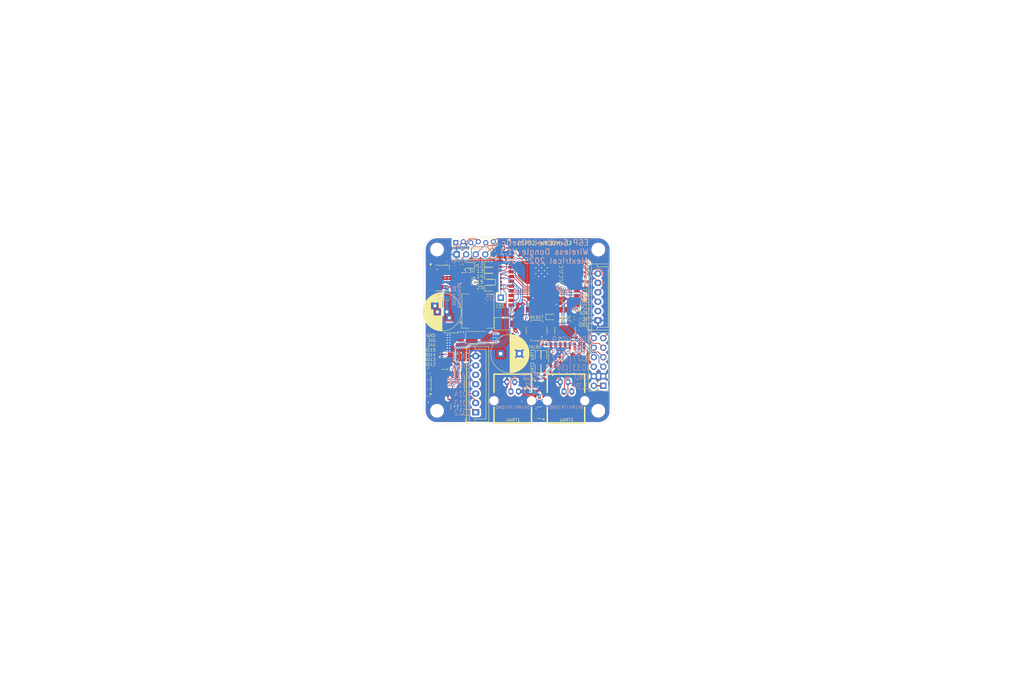
<source format=kicad_pcb>
(kicad_pcb (version 20241229) (generator "pcbnew") (generator_version "9.0")
  (layers (0 "F.Cu" signal) (4 "In1.Cu" signal) (6 "In2.Cu" signal) (2 "B.Cu" signal) (13 "F.Paste" user) (15 "B.Paste" user) (5 "F.SilkS" user "F.Silkscreen") (7 "B.SilkS" user "B.Silkscreen") (1 "F.Mask" user) (3 "B.Mask" user) (25 "Edge.Cuts" user))
  (net 0 "")
  (net 1 "GND")
  (net 2 "+5V")
  (net 3 "+3.3V")
  (net 4 "/RST")
  (net 5 "Net-(U3-C1+)")
  (net 6 "Net-(U3-C1-)")
  (net 7 "Net-(U3-C2-)")
  (net 8 "Net-(U3-C2+)")
  (net 9 "Net-(U3-VS-)")
  (net 10 "Net-(U3-VS+)")
  (net 11 "Net-(D3-A)")
  (net 12 "Net-(D7-A)")
  (net 13 "Net-(D4-A)")
  (net 14 "Net-(D5-K)")
  (net 15 "Net-(D6-K)")
  (net 16 "/RX")
  (net 17 "/TX")
  (net 18 "/GPIO0")
  (net 19 "Net-(D9-A)")
  (net 20 "Net-(D10-A)")
  (net 21 "Net-(D12-K)")
  (net 22 "/LED")
  (net 26 "/10V_PWM")
  (net 27 "/PWM")
  (net 28 "Net-(D11-A)")
  (net 35 "Net-(D16-A)")
  (net 36 "Net-(U2A--)")
  (net 37 "Net-(U2B--)")
  (net 38 "Net-(U2D--)")
  (net 39 "Net-(U2C--)")
  (net 40 "+24V")
  (net 41 "/IO15")
  (net 42 "Net-(D13-K)")
  (net 43 "Net-(D14-K)")
  (net 44 "/RX1")
  (net 45 "/IO12")
  (net 46 "/RX2")
  (net 47 "/TX2")
  (net 48 "/IO13")
  (net 49 "/IO14")
  (net 50 "/TX1")
  (net 51 "/RS_RX")
  (net 52 "/RS_TX")
  (net 53 "/RS_TX2")
  (net 54 "/RS_RX2")
  (net 55 "Net-(D15-K)")
  (net 56 "/IO35")
  (net 57 "/SDA")
  (net 58 "/SCL")
  (net 59 "/IO26")
  (net 60 "/IO33")
  (net 61 "/IO19")
  (net 62 "/IO23")
  (net 63 "/IO27")
  (net 64 "/IO18")
  (net 65 "/IO32")
  (net 66 "/IO34")
  (net 67 "Net-(JP1-A)")
  (net 68 "Net-(JP2-A)")
  (net 69 "/OUT4")
  (net 70 "/OUT1")
  (net 71 "/OUT3")
  (net 72 "/OUT2")
  (net 73 "Net-(Q1-B)")
  (footprint "lib:RJ9-TH-623K-4P4CGRAYBOUNDLESS" (layer "F.Cu") (at 162.89 115.07)
    (property "Reference" "J2" (hide yes))
    (property "Value" "RJ9")
  )
  (footprint "Resistor_SMD:R_0402_1005Metric" (layer "F.Cu") (at 156.67 104.41 -90)
    (property "Reference" "R20" (hide yes))
    (property "Value" "1K")
  )
  (footprint "Capacitor_SMD:C_0402_1005Metric" (layer "F.Cu") (at 161.04 110.96)
    (property "Reference" "C8" (hide yes))
    (property "Value" "100n")
  )
  (footprint "Resistor_SMD:R_0402_1005Metric" (layer "F.Cu") (at 155.57 112.42 90)
    (property "Reference" "R10" (hide yes))
    (property "Value" "1K")
  )
  (footprint "Resistor_SMD:R_0402_1005Metric" (layer "F.Cu") (at 157.16 112.43 90)
    (property "Reference" "R9" (hide yes))
    (property "Value" "1K")
  )
  (footprint "Capacitor_SMD:C_0402_1005Metric" (layer "F.Cu") (at 164.99 110.97)
    (property "Reference" "C10" (hide yes))
    (property "Value" "100n")
  )
  (footprint "Connector_JST:JST_XH_B7B-XH-A_1x07_P2.50mm_Vertical" (layer "F.Cu") (at 138.8 121.9 90)
    (property "Reference" "J8" (hide yes))
    (property "Value" "Conn_01x07_Socket")
  )
  (footprint "Diode_SMD:D_SOD-882" (layer "F.Cu") (at 155.8 118.45 -90)
    (property "Reference" "D2" (hide yes))
    (property "Value" "H5VL10B")
  )
  (footprint "LED_SMD:LED_0603_1608Metric" (layer "F.Cu") (at 142.6125 85.63)
    (property "Reference" "D10" (hide yes))
    (property "Value" "LED")
  )
  (footprint "Capacitor_SMD:C_0402_1005Metric" (layer "F.Cu") (at 133.25 82.44)
    (property "Reference" "C2" (hide yes))
    (property "Value" "1u")
  )
  (footprint "Resistor_SMD:R_0402_1005Metric" (layer "F.Cu") (at 145.02 84.09 180)
    (property "Reference" "R6" (hide yes))
    (property "Value" "10K")
  )
  (footprint "Package_TO_SOT_SMD:SOT-223-3_TabPin2" (layer "F.Cu") (at 129.9 86.1)
    (property "Reference" "U1" (hide yes))
    (property "Value" "AMS1117-3.3")
  )
  (footprint "LED_SMD:LED_0603_1608Metric" (layer "F.Cu") (at 142.6125 87.23 180)
    (property "Reference" "D12" (hide yes))
    (property "Value" "LED")
  )
  (footprint "LED_SMD:LED_0603_1608Metric" (layer "F.Cu") (at 142.6125 82.43)
    (property "Reference" "D11" (hide yes))
    (property "Value" "LED")
  )
  (footprint "Resistor_SMD:R_0402_1005Metric" (layer "F.Cu") (at 145.02 83.09)
    (property "Reference" "R18" (hide yes))
    (property "Value" "1K")
  )
  (footprint "LED_SMD:LED_0603_1608Metric" (layer "F.Cu") (at 137 82.7 180)
    (property "Reference" "D3" (hide yes))
    (property "Value" "LED")
  )
  (footprint "Connector_PinHeader_2.54mm:PinHeader_1x01_P2.54mm_Vertical" (layer "F.Cu") (at 145.5 91.33 180)
    (property "Reference" "J4" (hide yes))
    (property "Value" "Conn_01x01_Pin")
  )
  (footprint "Package_TO_SOT_SMD:SOT-23" (layer "F.Cu") (at 130.3625 108.9)
    (property "Reference" "Q1" (hide yes))
    (property "Value" "SS8050")
  )
  (footprint "lib:ESP32-WROOM-32" (layer "F.Cu") (at 157.055 85.05)
    (property "Reference" "U4" (hide yes))
    (property "Value" "ESP32-WROOM-32")
  )
  (footprint "Resistor_SMD:R_0402_1005Metric" (layer "F.Cu") (at 145.02 85.1)
    (property "Reference" "R13" (hide yes))
    (property "Value" "1K")
  )
  (footprint "LED_SMD:LED_0603_1608Metric" (layer "F.Cu") (at 158.9475 96.5)
    (property "Reference" "D4" (hide yes))
    (property "Value" "LED")
  )
  (footprint "Capacitor_SMD:C_0402_1005Metric" (layer "F.Cu") (at 155.29 103.38 180)
    (property "Reference" "C7" (hide yes))
    (property "Value" "100n")
  )
  (footprint "Connector_PinHeader_2.54mm:PinHeader_2x06_P2.54mm_Vertical" (layer "F.Cu") (at 172.84 114.82 180)
    (property "Reference" "J7" (hide yes))
    (property "Value" "Conn_02x06_Odd_Even")
  )
  (footprint "Resistor_SMD:R_0402_1005Metric" (layer "F.Cu") (at 126.3 113.35 90)
    (property "Reference" "R27" (hide yes))
    (property "Value" "5.1K")
  )
  (footprint "Connector_PinHeader_2.54mm:PinHeader_1x04_P2.54mm_Vertical" (layer "F.Cu") (at 133.72 79.8 90)
    (property "Reference" "J5" (hide yes))
    (property "Value" "Conn_01x04_Pin")
  )
  (footprint "lib:RJ9-TH-623K-4P4CGRAYBOUNDLESS" (layer "F.Cu") (at 148.69 115.07)
    (property "Reference" "J1" (hide yes))
    (property "Value" "RJ9")
  )
  (footprint "Package_SO:SOIC-14_3.9x8.7mm_P1.27mm" (layer "F.Cu") (at 131.36 114.325 90)
    (property "Reference" "U2" (hide yes))
    (property "Value" "LM324")
  )
  (footprint "Diode_SMD:D_SMA" (layer "F.Cu") (at 139.6 102)
    (property "Reference" "D15" (hide yes))
    (property "Value" "SSL34F")
  )
  (footprint "Resistor_SMD:R_0402_1005Metric" (layer "F.Cu") (at 145.02 86.1)
    (property "Reference" "R17" (hide yes))
    (property "Value" "1K")
  )
  (footprint "Inductor_SMD:L_APV_APH0850" (layer "F.Cu") (at 139.4 94.9 90)
    (property "Reference" "L1" (hide yes))
    (property "Value" "68uH/2A")
  )
  (footprint "Capacitor_SMD:C_1206_3216Metric" (layer "F.Cu") (at 133.1 120.375 -90)
    (property "Reference" "C13" (hide yes))
    (property "Value" "1u")
  )
  (footprint "Resistor_SMD:R_0402_1005Metric" (layer "F.Cu") (at 126.3 115.69 -90)
    (property "Reference" "R25" (hide yes))
    (property "Value" "5.1K")
  )
  (footprint "LED_SMD:LED_0603_1608Metric" (layer "F.Cu") (at 157.01 109.9325 90)
    (property "Reference" "D5" (hide yes))
    (property "Value" "LED")
  )
  (footprint "Connector_JST:JST_XH_B6B-XH-A_1x06_P2.50mm_Vertical" (layer "F.Cu") (at 171.4 97.4 90)
    (property "Reference" "J6" (hide yes))
    (property "Value" "Conn_01x06_Pin")
  )
  (footprint "Package_SO:SOIC-8_3.9x4.9mm_P1.27mm" (layer "F.Cu") (at 132.2 103.3 180)
    (property "Reference" "U7" (hide yes))
    (property "Value" "XL1509-5.0")
  )
  (footprint "Resistor_SMD:R_0402_1005Metric" (layer "F.Cu") (at 145.02 88.04)
    (property "Reference" "R2" (hide yes))
    (property "Value" "10K")
  )
  (footprint "Resistor_SMD:R_0402_1005Metric" (layer "F.Cu") (at 126.3 111.44 -90)
    (property "Reference" "R26" (hide yes))
    (property "Value" "10K")
  )
  (footprint "LED_SMD:LED_0603_1608Metric" (layer "F.Cu") (at 142.6125 88.83)
    (property "Reference" "D7" (hide yes))
    (property "Value" "LED")
  )
  (footprint "Capacitor_SMD:C_0402_1005Metric" (layer "F.Cu") (at 143.6 80.79 -90)
    (property "Reference" "C5" (hide yes))
    (property "Value" "100n")
  )
  (footprint "LED_SMD:LED_0603_1608Metric" (layer "F.Cu") (at 155.4 109.9325 90)
    (property "Reference" "D6" (hide yes))
    (property "Value" "LED")
  )
  (footprint "Resistor_SMD:R_0402_1005Metric" (layer "F.Cu") (at 129.4 106.47)
    (property "Reference" "R12" (hide yes))
    (property "Value" "1K")
  )
  (footprint "MountingHole:MountingHole_3.2mm_M3" (layer "F.Cu") (at 171.5 78.5)
    (property "Reference" "H1" (hide yes))
    (property "Value" "MountingHole")
  )
  (footprint "Resistor_SMD:R_0402_1005Metric" (layer "F.Cu") (at 135.3 119 -90)
    (property "Reference" "R23" (hide yes))
    (property "Value" "5.1K")
  )
  (footprint "Resistor_SMD:R_0402_1005Metric" (layer "F.Cu") (at 145.02 87.1 180)
    (property "Reference" "R5" (hide yes))
    (property "Value" "1K")
  )
  (footprint "Capacitor_SMD:C_0402_1005Metric" (layer "F.Cu") (at 133.38 89.2)
    (property "Reference" "C1" (hide yes))
    (property "Value" "1u")
  )
  (footprint "Package_TO_SOT_SMD:SOT-23" (layer "F.Cu") (at 155.79 122.01 180)
    (property "Reference" "D8" (hide yes))
    (property "Value" "PSM712-LF-T7")
  )
  (footprint "LED_SMD:LED_0603_1608Metric" (layer "F.Cu") (at 157.01 106.9075 -90)
    (property "Reference" "D13" (hide yes))
    (property "Value" "LED")
  )
  (footprint "MountingHole:MountingHole_3.2mm_M3" (layer "F.Cu") (at 171.5 121.5)
    (property "Reference" "H2" (hide yes))
    (property "Value" "MountingHole")
  )
  (footprint "Resistor_SMD:R_0402_1005Metric" (layer "F.Cu") (at 135.3 120.9 90)
    (property "Reference" "R14" (hide yes))
    (property "Value" "10K")
  )
  (footprint "Capacitor_SMD:C_1206_3216Metric" (layer "F.Cu") (at 145.24 80.325 -90)
    (property "Reference" "C4" (hide yes))
    (property "Value" "100uF")
  )
  (footprint "Resistor_SMD:R_0402_1005Metric" (layer "F.Cu") (at 143.6 78.95 -90)
    (property "Reference" "R4" (hide yes))
    (property "Value" "10K")
  )
  (footprint "Package_SO:SOP-16_3.9x9.9mm_P1.27mm" (layer "F.Cu") (at 163.285 106.66 90)
    (property "Reference" "U3" (hide yes))
    (property "Value" "MAX3232")
  )
  (footprint "Capacitor_THT:CP_Radial_D10.0mm_P2.50mm_P5.00mm" (layer "F.Cu") (at 131.1 95.1 180)
    (property "Reference" "C17" (hide yes))
    (property "Value" "82uF")
  )
  (footprint "Capacitor_SMD:C_0402_1005Metric" (layer "F.Cu") (at 145.46 77.12 90)
    (property "Reference" "C3" (hide yes))
    (property "Value" "100n")
  )
  (footprint "Resistor_SMD:R_0402_1005Metric" (layer "F.Cu") (at 135.05 82.5 90)
    (property "Reference" "R7" (hide yes))
    (property "Value" "1K")
  )
  (footprint "Resistor_SMD:R_0402_1005Metric" (layer "F.Cu") (at 168 85.09 -90)
    (property "Reference" "R21" (hide yes))
    (property "Value" "2.2K")
  )
  (footprint "Resistor_SMD:R_0402_1005Metric" (layer "F.Cu") (at 168 89.09 -90)
    (property "Reference" "R1" (hide yes))
    (property "Value" "10K")
  )
  (footprint "MountingHole:MountingHole_3.2mm_M3" (layer "F.Cu") (at 128.5 121.5)
    (property "Reference" "H3" (hide yes))
    (property "Value" "MountingHole")
  )
  (footprint "Capacitor_SMD:C_1206_3216Metric" (layer "F.Cu") (at 133.575 107.2 180)
    (property "Reference" "C16" (hide yes))
    (property "Value" "1u")
  )
  (footprint "Capacitor_THT:CP_Radial_D10.0mm_P5.00mm" (layer "F.Cu") (at 145.452323 106.26)
    (property "Reference" "C12" (hide yes))
    (property "Value" "220uF")
  )
  (footprint "Package_TO_SOT_SMD:SOT-23" (layer "F.Cu") (at 155.79 115.21)
    (property "Reference" "D1" (hide yes))
    (property "Value" "PSM712-LF-T7")
  )
  (footprint "Diode_SMD:D_SMA" (layer "F.Cu") (at 147.3 98.3)
    (property "Reference" "D16" (hide yes))
    (property "Value" "SSL34F")
  )
  (footprint "Resistor_SMD:R_0402_1005Metric" (layer "F.Cu") (at 145.03 88.98)
    (property "Reference" "R11" (hide yes))
    (property "Value" "1K")
  )
  (footprint "Capacitor_SMD:C_0402_1005Metric" (layer "F.Cu") (at 159.22 110.96 180)
    (property "Reference" "C11" (hide yes))
    (property "Value" "100n")
  )
  (footprint "Resistor_SMD:R_0402_1005Metric" (layer "F.Cu") (at 134.8 110.1 180)
    (property "Reference" "R16" (hide yes))
    (property "Value" "22K")
  )
  (footprint "Capacitor_SMD:C_0402_1005Metric" (layer "F.Cu") (at 163.17 110.97)
    (property "Reference" "C9" (hide yes))
    (property "Value" "100n")
  )
  (footprint "LED_SMD:LED_0603_1608Metric" (layer "F.Cu") (at 142.6125 84.03)
    (property "Reference" "D9" (hide yes))
    (property "Value" "LED")
  )
  (footprint "lib:PinHeader_1x06_P2.00mm_Vertical_locking" (layer "F.Cu") (at 133.5 76.527 90)
    (property "Reference" "J3" (hide yes))
    (property "Value" "Conn_01x06_Pin")
  )
  (footprint "LED_SMD:LED_0603_1608Metric" (layer "F.Cu") (at 155.4 106.9075 -90)
    (property "Reference" "D14" (hide yes))
    (property "Value" "LED")
  )
  (footprint "Resistor_SMD:R_0402_1005Metric" (layer "F.Cu") (at 134.81 109.1)
    (property "Reference" "R15" (hide yes))
    (property "Value" "10K")
  )
  (footprint "Resistor_SMD:R_0402_1005Metric" (layer "F.Cu") (at 168 81.59 90)
    (property "Reference" "R22" (hide yes))
    (property "Value" "2.2K")
  )
  (footprint "Button_Switch_SMD:SW_Push_1P1T_XKB_TS-1187A" (layer "F.Cu") (at 162.61 100.11)
    (property "Reference" "SW2" (hide yes))
    (property "Value" "SW_Push")
  )
  (footprint "MountingHole:MountingHole_3.2mm_M3" (layer "F.Cu") (at 128.5 78.5)
    (property "Reference" "H4" (hide yes))
    (property "Value" "MountingHole")
  )
  (footprint "Resistor_SMD:R_0402_1005Metric" (layer "F.Cu") (at 126.14 117.58 90)
    (property "Reference" "R24" (hide yes))
    (property "Value" "10K")
  )
  (footprint "Capacitor_SMD:C_0402_1005Metric" (layer "F.Cu") (at 165.98 100 -90)
    (property "Reference" "C6" (hide yes))
    (property "Value" "100n")
  )
  (footprint "Resistor_SMD:R_0402_1005Metric" (layer "F.Cu") (at 165.07 96.81)
    (property "Reference" "R8" (hide yes))
    (property "Value" "1K")
  )
  (footprint "Button_Switch_SMD:SW_Push_1P1T_XKB_TS-1187A" (layer "F.Cu") (at 155.07 100.105)
    (property "Reference" "SW1" (hide yes))
    (property "Value" "SW_Push")
  )
  (footprint "Resistor_SMD:R_0402_1005Metric" (layer "F.Cu") (at 131.01 82.03 180)
    (property "Reference" "R3" (hide yes))
    (property "Value" "10K")
  )
  (footprint "Resistor_SMD:R_0402_1005Metric" (layer "F.Cu") (at 157.61 104.41 -90)
    (property "Reference" "R19" (hide yes))
    (property "Value" "1K")
  )
  (footprint "Jumper:SolderJumper-2_P1.3mm_Open_RoundedPad1.0x1.5mm" (layer "B.Cu") (at 131.1 90.65 90)
    (property "Reference" "JP2")
    (property "Value" "SolderJumper_2_Open")
  )
  (footprint "Jumper:SolderJumper-2_P1.3mm_Open_RoundedPad1.0x1.5mm" (layer "B.Cu") (at 153.21 116.33)
    (property "Reference" "JP1")
    (property "Value" "SolderJumper_2_Open")
  )
  (gr_line (start 125 78.5) (end 125 121.5) (stroke (width 0.05)) (layer "Edge.Cuts"))
  (gr_line (start 175 78.5) (end 175 121.5) (stroke (width 0.05)) (layer "Edge.Cuts"))
  (gr_arc (start 125 78.5) (mid 126.025126 76.025126) (end 128.5 75) (stroke (width 0.05)) (layer "Edge.Cuts"))
  (gr_arc (start 171.5 75) (mid 173.974874 76.025126) (end 175 78.5) (stroke (width 0.05)) (layer "Edge.Cuts"))
  (gr_line (start 128.5 125) (end 171.5 125) (stroke (width 0.05)) (layer "Edge.Cuts"))
  (gr_arc (start 175 121.5) (mid 173.974874 123.974874) (end 171.5 125) (stroke (width 0.05)) (layer "Edge.Cuts"))
  (gr_arc (start 128.5 125) (mid 126.025126 123.974874) (end 125 121.5) (stroke (width 0.05)) (layer "Edge.Cuts"))
  (gr_line (start 128.5 75) (end 171.5 75) (stroke (width 0.05)) (layer "Edge.Cuts"))
  (gr_text "I35" (at 144.16 94.19 0) (layer "F.SilkS") (effects (font (size 1 1) (thickness 0.1)) (justify left bottom)))
  (gr_text "TX\nRX\nSCL\nSDA\n3V\nGND" (at 168.8 99.2 0) (layer "F.SilkS") (effects (font (size 1 0.8) (thickness 0.1)) (justify right bottom)))
  (gr_text "BOOT" (at 161.06 97.11 0) (layer "F.SilkS") (effects (font (size 0.8 0.8) (thickness 0.1)) (justify left bottom)))
  (gr_text "JLCJLCJLCJLC" (at 162.2 82.5 90) (layer "F.SilkS") (effects (font (size 1 1) (thickness 0.1)) (justify right bottom)))
  (gr_text "3.3V" (at 138.7 84.8 0) (layer "F.SilkS") (effects (font (size 1 1) (thickness 0.1)) (justify right bottom)))
  (gr_text "PIN" (at 138.78 85.56 90) (layer "F.SilkS") (effects (font (size 1 1) (thickness 0.1)) (justify right bottom)))
  (gr_text "UART1" (at 146.9 124.4 0) (layer "F.SilkS") (effects (font (size 0.8 0.8) (thickness 0.1)) (justify left bottom)))
  (gr_text "12\n13\n14\n15\n25" (at 141 89.1 0) (layer "F.SilkS") (effects (font (size 0.9 1) (thickness 0.1)) (justify right bottom)))
  (gr_text "GND\nSIG\n24V\nIO15\nIO14\nIO13\nIO12" (at 128.2 109.6 0) (layer "F.SilkS") (effects (font (size 0.8 0.8) (thickness 0.1)) (justify right bottom)))
  (gr_text "RESET" (at 153.2 97.1 0) (layer "F.SilkS") (effects (font (size 0.8 0.8) (thickness 0.1)) (justify left bottom)))
  (gr_text "TX|RX" (at 152.9 105 0) (layer "F.SilkS") (effects (font (size 0.8 0.7) (thickness 0.1)) (justify left bottom)))
  (gr_text "URT2 URT1" (at 154.4 111.6 90) (layer "F.SilkS") (effects (font (size 0.8 0.79) (thickness 0.1)) (justify left bottom)))
  (gr_text "UART2" (at 161.1 124.4 0) (layer "F.SilkS") (effects (font (size 0.8 0.8) (thickness 0.1)) (justify left bottom)))
  (gr_text "TX|RX|G0|RST|GND|3V" (at 144.2 78.6 0) (layer "B.SilkS") (effects (font (size 0.8 0.65) (thickness 0.1)) (justify left bottom mirror)))
  (gr_text "5V FROM\nMVHR" (at 153.09 113.53 0) (layer "B.SilkS") (effects (font (size 0.8 0.8) (thickness 0.1)) (justify bottom mirror)))
  (gr_text "I35" (at 144.31 92.27 0) (layer "B.SilkS") (effects (font (size 1.55 1.25) (thickness 0.1)) (justify left bottom mirror)))
  (gr_text "IO23|IO19\nIO18|IO26\nIO27|IO32\nIO33|I34\nGND      \n3.3V     " (at 169 101.6 0) (layer "B.SilkS") (effects (font (size 1.55 1.25) (thickness 0.1)) (justify left top mirror)))
  (gr_text "TX|RX|3V|GND" (at 141.7 81.9 0) (layer "B.SilkS") (effects (font (size 0.8 0.82) (thickness 0.1)) (justify left bottom mirror)))
  (gr_text "ESP Sentinel Kinetic \nWireless Dongle V1.1\nAlextrical 2025-07" (at 169.1 79.1 0) (layer "B.SilkS") (effects (font (size 1.5 1.5) (thickness 0.2) (bold yes)) (justify left mirror)))
  (gr_text "GND\nSIG\n24V\nIO15\nIO14\nIO13\nIO12" (at 137.3 122.9 0) (layer "B.SilkS") (effects (font (size 1.55 1.25) (thickness 0.1)) (justify left bottom mirror)))
  (gr_text "5V|RX|TX|GND" (at 167.58 121.01 0) (layer "B.SilkS") (effects (font (size 0.8 0.8) (thickness 0.1)) (justify left bottom mirror)))
  (gr_text "5V FROM\nREGULATOR" (at 134.9 90.8 90) (layer "B.SilkS") (effects (font (size 0.8 0.8) (thickness 0.1)) (justify bottom mirror)))
  (gr_text "5V|RX|TX|GND" (at 153.25 121.03 0) (layer "B.SilkS") (effects (font (size 0.8 0.8) (thickness 0.1)) (justify left bottom mirror)))
  (gr_text "TX\nRX\nSCL\nSDA\n3V\nGND" (at 170 98.4 0) (layer "B.SilkS") (effects (font (size 1.55 1.25) (thickness 0.1)) (justify left bottom mirror)))
  (segment (start 134.85 87.5) (end 133.912893 88.437107) (width 0.2) (layer "F.Cu") (net 1))
  (segment (start 131.620532 107.2) (end 132.1 107.2) (width 0.2) (layer "F.Cu") (net 1))
  (segment (start 165.6 101.9) (end 165.6 100.48) (width 0.2) (layer "F.Cu") (net 1))
  (segment (start 165.10226 111.31774) (end 165.3 111.12) (width 0.2) (layer "F.Cu") (net 1))
  (segment (start 134.3 109.1) (end 133.4 109.1) (width 0.2) (layer "F.Cu") (net 1))
  (segment (start 145.24 80.61) (end 145.3 80.67) (width 0.2) (layer "F.Cu") (net 1))
  (segment (start 144.35 80.52) (end 145.24 80.52) (width 0.2) (layer "F.Cu") (net 1))
  (segment (start 143.6 81.27) (end 144.35 80.52) (width 0.2) (layer "F.Cu") (net 1))
  (segment (start 158.16 96.5) (end 157.47 95.81) (width 0.2) (layer "F.Cu") (net 1))
  (segment (start 145.56 84.06) (end 146.56 84.06) (width 0.2) (layer "F.Cu") (net 1))
  (segment (start 147.01 83.61) (end 147.01 82.01) (width 0.2) (layer "F.Cu") (net 1))
  (segment (start 151.645 95.81) (end 151.345 95.51) (width 0.2) (layer "F.Cu") (net 1))
  (segment (start 133.4 109.1) (end 132.1 107.8) (width 0.2) (layer "F.Cu") (net 1))
  (segment (start 146.56 84.06) (end 147.01 83.61) (width 0.2) (layer "F.Cu") (net 1))
  (segment (start 133.912893 88.437107) (end 133.912893 89.192893) (width 0.2) (layer "F.Cu") (net 1))
  (segment (start 165.101243 111.597703) (end 165.10226 111.596686) (width 0.2) (layer "F.Cu") (net 1))
  (segment (start 160.11 104.79) (end 161.18 105.86) (width 0.2) (layer "F.Cu") (net 1))
  (segment (start 147.01 82.01) (end 146.8 81.8) (width 0.2) (layer "F.Cu") (net 1))
  (segment (start 143.6 81.38) (end 144.88 81.38) (width 0.2) (layer "F.Cu") (net 1))
  (segment (start 129.425 109.395532) (end 131.620532 107.2) (width 0.2) (layer "F.Cu") (net 1))
  (segment (start 129.425 109.85) (end 129.425 109.395532) (width 0.2) (layer "F.Cu") (net 1))
  (segment (start 145.24 80.52) (end 145.24 80.61) (width 0.2) (layer "F.Cu") (net 1))
  (segment (start 151.345 95.51) (end 151.345 94.56) (width 0.2) (layer "F.Cu") (net 1))
  (segment (start 165.6 100.48) (end 165.98 100.48) (width 0.2) (layer "F.Cu") (net 1))
  (segment (start 157.47 95.81) (end 151.645 95.81) (width 0.2) (layer "F.Cu") (net 1))
  (segment (start 165.10226 111.596686) (end 165.10226 111.31774) (width 0.2) (layer "F.Cu") (net 1))
  (segment (start 145.3 80.67) (end 145.3 81.8) (width 0.2) (layer "F.Cu") (net 1))
  (via (at 133.1 120.4) (size 0.6) (drill 0.3) (layers "F.Cu" "B.Cu") (net 1))
  (via (at 131.2 105.5) (size 0.6) (drill 0.3) (layers "F.Cu" "B.Cu") (net 1))
  (via (at 143.5 101.2) (size 0.6) (drill 0.3) (layers "F.Cu" "B.Cu") (net 1))
  (via (at 143.5 102.8) (size 0.6) (drill 0.3) (layers "F.Cu" "B.Cu") (net 1))
  (via (at 126.2 110.1) (size 0.6) (drill 0.3) (layers "F.Cu" "B.Cu") (net 1))
  (via (at 154.9 120.8) (size 0.6) (drill 0.3) (layers "F.Cu" "B.Cu") (net 1))
  (via (at 143.5 102) (size 0.6) (drill 0.3) (layers "F.Cu" "B.Cu") (net 1))
  (via (at 126.1 119.2) (size 0.6) (drill 0.3) (layers "F.Cu" "B.Cu") (net 1))
  (via (at 131.2 102.7) (size 0.6) (drill 0.3) (layers "F.Cu" "B.Cu") (net 1))
  (via (at 131.2 102) (size 0.6) (drill 0.3) (layers "F.Cu" "B.Cu") (net 1))
  (via (at 151.1 119) (size 0.6) (drill 0.3) (layers "F.Cu" "B.Cu") (net 1))
  (via (at 135.2 84.7) (size 0.6) (drill 0.3) (layers "F.Cu" "B.Cu") (net 1))
  (via (at 154.1 91.4) (size 0.6) (drill 0.3) (layers "F.Cu" "B.Cu") (net 1))
  (via (at 159.345735 112.085735) (size 0.6) (drill 0.3) (layers "F.Cu" "B.Cu") (net 1))
  (via (at 134.1 100.5) (size 0.6) (drill 0.3) (layers "F.Cu" "B.Cu") (net 1))
  (via (at 164.21 76.8) (size 0.6) (drill 0.3) (layers "F.Cu" "B.Cu") (net 1))
  (via (at 160.3 93.1) (size 0.6) (drill 0.3) (layers "F.Cu" "B.Cu") (net 1))
  (via (at 151.4 93.1) (size 0.6) (drill 0.3) (layers "F.Cu" "B.Cu") (net 1))
  (via (at 128.5 83.8) (size 0.6) (drill 0.3) (layers "F.Cu" "B.Cu") (net 1))
  (via (at 131.9 103.4) (size 0.6) (drill 0.3) (layers "F.Cu" "B.Cu") (net 1))
  (via (at 131.9 101.3) (size 0.6) (drill 0.3) (layers "F.Cu" "B.Cu") (net 1))
  (via (at 131.2 104.8) (size 0.6) (drill 0.3) (layers "F.Cu" "B.Cu") (net 1))
  (via (at 131.9 102) (size 0.6) (drill 0.3) (layers "F.Cu" "B.Cu") (net 1))
  (via (at 156.4 101.8) (size 0.6) (drill 0.3) (layers "F.Cu" "B.Cu") (net 1))
  (via (at 140.5 81.8) (size 0.6) (drill 0.3) (layers "F.Cu" "B.Cu") (net 1))
  (via (at 131.2 103.4) (size 0.6) (drill 0.3) (layers "F.Cu" "B.Cu") (net 1))
  (via (at 126.8 82.2) (size 0.6) (drill 0.3) (layers "F.Cu" "B.Cu") (net 1))
  (via (at 131.9 104.8) (size 0.6) (drill 0.3) (layers "F.Cu" "B.Cu") (net 1))
  (via (at 144.2 102) (size 0.6) (drill 0.3) (layers "F.Cu" "B.Cu") (net 1))
  (via (at 139 82.7) (size 0.6) (drill 0.3) (layers "F.Cu" "B.Cu") (net 1))
  (via (at 144.2 101.2) (size 0.6) (drill 0.3) (layers "F.Cu" "B.Cu") (net 1))
  (via (at 149.1 95.3) (size 0.6) (drill 0.3) (layers "F.Cu" "B.Cu") (net 1))
  (via (at 131.3 110.4) (size 0.6) (drill 0.3) (layers "F.Cu" "B.Cu") (net 1))
  (via (at 161.18 105.86) (size 0.6) (drill 0.3) (layers "F.Cu" "B.Cu") (net 1))
  (via (at 134.8 100.5) (size 0.6) (drill 0.3) (layers "F.Cu" "B.Cu") (net 1))
  (via (at 144.2 102.8) (size 0.6) (drill 0.3) (layers "F.Cu" "B.Cu") (net 1))
  (via (at 146.8 81.8) (size 0.6) (drill 0.3) (layers "F.Cu" "B.Cu") (net 1))
  (via (at 131.2 104.1) (size 0.6) (drill 0.3) (layers "F.Cu" "B.Cu") (net 1))
  (via (at 131.2 101.3) (size 0.6) (drill 0.3) (layers "F.Cu" "B.Cu") (net 1))
  (via (at 161.4 102) (size 0.6) (drill 0.3) (layers "F.Cu" "B.Cu") (net 1))
  (via (at 134.85 87.5) (size 0.6) (drill 0.3) (layers "F.Cu" "B.Cu") (net 1))
  (via (at 155.4 115.2) (size 0.6) (drill 0.3) (layers "F.Cu" "B.Cu") (net 1))
  (via (at 135.3 122.5) (size 0.6) (drill 0.3) (layers "F.Cu" "B.Cu") (net 1))
  (via (at 150.1 77) (size 0.6) (drill 0.3) (layers "F.Cu" "B.Cu") (net 1))
  (via (at 167.38 76.78) (size 0.6) (drill 0.3) (layers "F.Cu" "B.Cu") (net 1))
  (via (at 135.5 100.5) (size 0.6) (drill 0.3) (layers "F.Cu" "B.Cu") (net 1))
  (via (at 165.101243 111.597703) (size 0.6) (drill 0.3) (layers "F.Cu" "B.Cu") (net 1))
  (via (at 131.9 102.7) (size 0.6) (drill 0.3) (layers "F.Cu" "B.Cu") (net 1))
  (via (at 131.9 104.1) (size 0.6) (drill 0.3) (layers "F.Cu" "B.Cu") (net 1))
  (via (at 171.4 99.2) (size 0.6) (drill 0.3) (layers "F.Cu" "B.Cu") (net 1))
  (via (at 131.9 105.5) (size 0.6) (drill 0.3) (layers "F.Cu" "B.Cu") (net 1))
  (segment (start 134.6 78.1) (end 133.8 78.1) (width 0.4) (layer "B.Cu") (net 1))
  (segment (start 133.8 78.1) (end 133.72 78.18) (width 0.4) (layer "B.Cu") (net 1))
  (segment (start 147.16 113.8) (end 147.16 114.24) (width 1) (layer "B.Cu") (net 1))
  (segment (start 134.7 77.2) (end 134.7 78) (width 0.4) (layer "B.Cu") (net 1))
  (segment (start 135.5 76.4) (end 134.7 77.2) (width 0.4) (layer "B.Cu") (net 1))
  (segment (start 134.7 78) (end 134.6 78.1) (width 0.4) (layer "B.Cu") (net 1))
  (segment (start 133.72 78.18) (end 133.72 79.8) (width 0.4) (layer "B.Cu") (net 1))
  (segment (start 131.1 88.5) (end 132.2 88.5) (width 0.4) (layer "F.Cu") (net 2))
  (segment (start 126.85 88.5) (end 131.1 88.5) (width 1) (layer "F.Cu") (net 2))
  (segment (start 155.8 117.6) (end 155.8 118.1) (width 0.4) (layer "F.Cu") (net 2))
  (segment (start 132.2 88.5) (end 132.9 89.2) (width 0.4) (layer "F.Cu") (net 2))
  (via (at 130.4 88.5) (size 0.6) (drill 0.3) (layers "F.Cu" "B.Cu") (net 2))
  (via (at 155.8 117.6) (size 0.6) (drill 0.3) (layers "F.Cu" "B.Cu") (net 2))
  (via (at 131.1 88.5) (size 0.6) (drill 0.3) (layers "F.Cu" "B.Cu") (net 2))
  (segment (start 131.1 88.5) (end 130.7 88.5) (width 0.4) (layer "B.Cu") (net 2))
  (segment (start 154.53 116.33) (end 155.8 117.6) (width 1) (layer "B.Cu") (net 2))
  (segment (start 130.7 88.5) (end 130.4 88.5) (width 0.4) (layer "B.Cu") (net 2))
  (segment (start 131.1 88.9) (end 130.7 88.5) (width 1) (layer "B.Cu") (net 2))
  (segment (start 131.1 90) (end 131.1 88.9) (width 1) (layer "B.Cu") (net 2))
  (segment (start 153.86 116.33) (end 154.53 116.33) (width 1) (layer "B.Cu") (net 2))
  (segment (start 155.51 107.695) (end 157.01 107.695) (width 0.2) (layer "F.Cu") (net 3))
  (segment (start 168 88.58) (end 168 87.8) (width 0.2) (layer "F.Cu") (net 3))
  (segment (start 170.3 114.82) (end 172.84 114.82) (width 0.4) (layer "F.Cu") (net 3))
  (segment (start 157.01 109.145) (end 157.01 107.695) (width 0.2) (layer "F.Cu") (net 3))
  (segment (start 132.77 82.44) (end 132.33 82) (width 0.2) (layer "F.Cu") (net 3))
  (segment (start 146.01 78.85) (end 146.79 78.07) (width 0.4) (layer "F.Cu") (net 3))
  (segment (start 156.391 102.759) (end 155.74 103.41) (width 0.2) (layer "F.Cu") (net 3))
  (segment (start 158.089 102.759) (end 156.391 102.759) (width 0.2) (layer "F.Cu") (net 3))
  (segment (start 146.79 78.07) (end 148.305 78.07) (width 0.4) (layer "F.Cu") (net 3))
  (segment (start 168.82 81.985868) (end 168.593479 81.759347) (width 0.2) (layer "F.Cu") (net 3))
  (segment (start 157.615 107.695) (end 157.01 107.695) (width 0.2) (layer "F.Cu") (net 3))
  (segment (start 158.84 104.94) (end 159.605 105.705) (width 0.2) (layer "F.Cu") (net 3))
  (segment (start 132.33 82) (end 131.51 82) (width 0.2) (layer "F.Cu") (net 3))
  (segment (start 141.825 87.23) (end 142.635 88.04) (width 0.2) (layer "F.Cu") (net 3))
  (segment (start 138.585 87.235) (end 141.82 87.235) (width 0.2) (layer "F.Cu") (net 3))
  (segment (start 146.32 77.6) (end 146.79 78.07) (width 0.4) (layer "F.Cu") (net 3))
  (segment (start 145.24 78.49) (end 143.6 78.49) (width 0.2) (layer "F.Cu") (net 3))
  (segment (start 135.05 81.99) (end 135.05 81.01) (width 0.2) (layer "F.Cu") (net 3))
  (segment (start 159.605 105.705) (end 157.615 107.695) (width 0.2) (layer "F.Cu") (net 3))
  (segment (start 168.593479 81.56777) (end 168.105709 81.08) (width 0.2) (layer "F.Cu") (net 3))
  (segment (start 168.593479 81.759347) (end 168.593479 81.56777) (width 0.2) (layer "F.Cu") (net 3))
  (segment (start 168.1 86.199) (end 168.1 85.7) (width 0.2) (layer "F.Cu") (net 3))
  (segment (start 158.84 103.51) (end 158.089 102.759) (width 0.2) (layer "F.Cu") (net 3))
  (segment (start 130.7 86.1) (end 131.6 86.1) (width 1) (layer "F.Cu") (net 3))
  (segment (start 132.76 82.45) (end 132.76 85.81) (width 0.4) (layer "F.Cu") (net 3))
  (segment (start 142.635 88.04) (end 144.51 88.04) (width 0.2) (layer "F.Cu") (net 3))
  (segment (start 145.3 78.85) (end 146.01 78.85) (width 0.4) (layer "F.Cu") (net 3))
  (segment (start 145.46 77.6) (end 146.32 77.6) (width 0.4) (layer "F.Cu") (net 3))
  (segment (start 131.6 86.1) (end 133.05 86.1) (width 1) (layer "F.Cu") (net 3))
  (segment (start 155.4 109.145) (end 155.4 107.695) (width 0.2) (layer "F.Cu") (net 3))
  (segment (start 126.75 86.1) (end 131.6 86.1) (width 1) (layer "F.Cu") (net 3))
  (segment (start 135.05 81.01) (end 136.26 79.8) (width 0.2) (layer "F.Cu") (net 3))
  (via (at 168.1 86.199) (size 0.6) (drill 0.3) (layers "F.Cu" "B.Cu") (net 3))
  (via (at 146.79 78.07) (size 0.6) (drill 0.3) (layers "F.Cu" "B.Cu") (net 3))
  (via (at 168 87.8) (size 0.6) (drill 0.3) (layers "F.Cu" "B.Cu") (net 3))
  (via (at 138.585 87.235) (size 0.6) (drill 0.3) (layers "F.Cu" "B.Cu") (net 3))
  (via (at 159.605 105.705) (size 0.6) (drill 0.3) (layers "F.Cu" "B.Cu") (net 3))
  (via (at 131.6 86.1) (size 0.6) (drill 0.3) (layers "F.Cu" "B.Cu") (net 3))
  (via (at 168.82 81.985868) (size 0.6) (drill 0.3) (layers "F.Cu" "B.Cu") (net 3))
  (via (at 130.7 86.1) (size 0.6) (drill 0.3) (layers "F.Cu" "B.Cu") (net 3))
  (segment (start 168.82 81.985868) (end 168.1 82.705868) (width 0.2) (layer "B.Cu") (net 3))
  (segment (start 168.1 82.705868) (end 168.1 86.199) (width 0.2) (layer "B.Cu") (net 3))
  (segment (start 143.6 80.42) (end 143.6 79.51) (width 0.2) (layer "F.Cu") (net 4))
  (segment (start 146.18516 79.726) (end 144.41484 79.726) (width 0.2) (layer "F.Cu") (net 4))
  (segment (start 149.5 79.5) (end 148.465 79.5) (width 0.2) (layer "F.Cu") (net 4))
  (segment (start 152.1 96.901) (end 152.1 98.15) (width 0.2) (layer "F.Cu") (net 4))
  (segment (start 146.501 79.41016) (end 146.18516 79.726) (width 0.2) (layer "F.Cu") (net 4))
  (segment (start 152.1 98.15) (end 158.1 98.15) (width 0.2) (layer "F.Cu") (net 4))
  (segment (start 148.04 79.34) (end 146.56 79.34) (width 0.2) (layer "F.Cu") (net 4))
  (segment (start 152.3 96.701) (end 152.1 96.901) (width 0.2) (layer "F.Cu") (net 4))
  (segment (start 138.546 77.7) (end 137.5 76.654) (width 0.2) (layer "F.Cu") (net 4))
  (segment (start 143.6 79.5) (end 141.8 77.7) (width 0.2) (layer "F.Cu") (net 4))
  (segment (start 144.19884 79.51) (end 143.6 79.51) (width 0.2) (layer "F.Cu") (net 4))
  (segment (start 141.8 77.7) (end 138.546 77.7) (width 0.2) (layer "F.Cu") (net 4))
  (segment (start 146.501 79.399) (end 146.501 79.41016) (width 0.2) (layer "F.Cu") (net 4))
  (segment (start 146.56 79.34) (end 146.501 79.399) (width 0.2) (layer "F.Cu") (net 4))
  (segment (start 144.41484 79.726) (end 144.19884 79.51) (width 0.2) (layer "F.Cu") (net 4))
  (via (at 152.3 96.701) (size 0.6) (drill 0.3) (layers "F.Cu" "B.Cu") (net 4))
  (via (at 149.5 79.5) (size 0.6) (drill 0.3) (layers "F.Cu" "B.Cu") (net 4))
  (segment (start 152.6 92.339125) (end 152.6 82.7) (width 0.2) (layer "B.Cu") (net 4))
  (segment (start 152.3 92.639125) (end 152.6 92.339125) (width 0.2) (layer "B.Cu") (net 4))
  (segment (start 152.6 82.7) (end 149.5 79.6) (width 0.2) (layer "B.Cu") (net 4))
  (segment (start 152.3 96.701) (end 152.3 92.639125) (width 0.2) (layer "B.Cu") (net 4))
  (segment (start 149.5 79.6) (end 149.5 79.5) (width 0.2) (layer "B.Cu") (net 4))
  (segment (start 158.84 108.160001) (end 158.84 109.16) (width 0.2) (layer "F.Cu") (net 5))
  (segment (start 160.711 110.809) (end 160.711 108.119032) (width 0.2) (layer "F.Cu") (net 5))
  (segment (start 160.711 108.119032) (end 160.450968 107.859) (width 0.2) (layer "F.Cu") (net 5))
  (segment (start 159.141001 107.859) (end 158.84 108.160001) (width 0.2) (layer "F.Cu") (net 5))
  (segment (start 160.450968 107.859) (end 159.141001 107.859) (width 0.2) (layer "F.Cu") (net 5))
  (segment (start 161.52 110.96) (end 161.52 109.3) (width 0.2) (layer "F.Cu") (net 6))
  (segment (start 163.92 109.88) (end 163.42 110.38) (width 0.2) (layer "F.Cu") (net 7))
  (segment (start 163.42 110.38) (end 163.42 110.96) (width 0.2) (layer "F.Cu") (net 7))
  (segment (start 162.65 109.16) (end 162.65 110.77) (width 0.2) (layer "F.Cu") (net 8))
  (segment (start 165.19 109.16) (end 165.19 110.11) (width 0.2) (layer "F.Cu") (net 9))
  (segment (start 165.19 110.11) (end 164.34 110.96) (width 0.2) (layer "F.Cu") (net 9))
  (segment (start 160.11 110.47245) (end 159.7 110.88245) (width 0.2) (layer "F.Cu") (net 10))
  (segment (start 160.11 109.16) (end 160.11 110.47245) (width 0.2) (layer "F.Cu") (net 10))
  (segment (start 135.05 83.01) (end 135.9025 83.01) (width 0.2) (layer "F.Cu") (net 11))
  (segment (start 144.52 88.98) (end 143.55 88.98) (width 0.2) (layer "F.Cu") (net 12))
  (segment (start 164.56 96.81) (end 160.045 96.81) (width 0.2) (layer "F.Cu") (net 13))
  (segment (start 160.045 96.81) (end 159.735 96.5) (width 0.2) (layer "F.Cu") (net 13))
  (segment (start 157.01 110.72) (end 157.01 111.77) (width 0.2) (layer "F.Cu") (net 14))
  (segment (start 155.4 110.72) (end 155.4 111.74) (width 0.2) (layer "F.Cu") (net 15))
  (segment (start 166.24 81.88) (end 171.4 87.04) (width 0.2) (layer "F.Cu") (net 16))
  (segment (start 141.5 76.8) (end 142.076 77.376) (width 0.2) (layer "F.Cu") (net 16))
  (segment (start 158.8259 76.039) (end 164.6669 81.88) (width 0.2) (layer "F.Cu") (net 16))
  (segment (start 142.076 77.376) (end 143.904273 77.376) (width 0.2) (layer "F.Cu") (net 16))
  (segment (start 164.6669 81.88) (end 165.805 81.88) (width 0.2) (layer "F.Cu") (net 16))
  (segment (start 143.904273 77.376) (end 144.849 76.431273) (width 0.2) (layer "F.Cu") (net 16))
  (segment (start 144.849 76.31345) (end 145.12345 76.039) (width 0.2) (layer "F.Cu") (net 16))
  (segment (start 144.849 76.431273) (end 144.849 76.31345) (width 0.2) (layer "F.Cu") (net 16))
  (segment (start 145.12345 76.039) (end 158.8259 76.039) (width 0.2) (layer "F.Cu") (net 16))
  (segment (start 138.8 79.8) (end 141.5 77.1) (width 0.2) (layer "B.Cu") (net 16))
  (segment (start 144.299 75.601) (end 158.955 75.601) (width 0.2) (layer "F.Cu") (net 17))
  (segment (start 166.21 80.61) (end 166.856 81.256) (width 0.2) (layer "F.Cu") (net 17))
  (segment (start 169.8271 84.9) (end 171.4 84.9) (width 0.2) (layer "F.Cu") (net 17))
  (segment (start 158.955 75.601) (end 163.699 80.345) (width 0.2) (layer "F.Cu") (net 17))
  (segment (start 163.699 80.345) (end 165.805 80.345) (width 0.2) (layer "F.Cu") (net 17))
  (segment (start 166.856 81.256) (end 166.856 81.9289) (width 0.2) (layer "F.Cu") (net 17))
  (segment (start 166.856 81.9289) (end 169.8271 84.9) (width 0.2) (layer "F.Cu") (net 17))
  (segment (start 143.5 76.4) (end 144.299 75.601) (width 0.2) (layer "F.Cu") (net 17))
  (segment (start 143.5 77.64) (end 143.5 76.4) (width 0.2) (layer "B.Cu") (net 17))
  (segment (start 141.34 79.8) (end 143.5 77.64) (width 0.2) (layer "B.Cu") (net 17))
  (segment (start 164.299 94.0161) (end 164.7449 94.462) (width 0.2) (layer "F.Cu") (net 18))
  (segment (start 137.095727 75.678) (end 138.778 75.678) (width 0.2) (layer "F.Cu") (net 18))
  (segment (start 131.5 79.5) (end 133.37 77.63) (width 0.2) (layer "F.Cu") (net 18))
  (segment (start 165.2 94.7) (end 166.196 95.696) (width 0.2) (layer "F.Cu") (net 18))
  (segment (start 166.196 97.554) (end 165.6 98.15) (width 0.2) (layer "F.Cu") (net 18))
  (segment (start 138.778 75.678) (end 139.5 76.4) (width 0.2) (layer "F.Cu") (net 18))
  (segment (start 164.299 84.399) (end 164.299 94.0161) (width 0.2) (layer "F.Cu") (net 18))
  (segment (start 166.256 94.007472) (end 166.256 93.761) (width 0.2) (layer "F.Cu") (net 18))
  (segment (start 149.555002 80.9) (end 160.8 80.9) (width 0.2) (layer "F.Cu") (net 18))
  (segment (start 160.8 80.9) (end 164.299 84.399) (width 0.2) (layer "F.Cu") (net 18))
  (segment (start 131.5 80.99) (end 131.5 79.5) (width 0.2) (layer "F.Cu") (net 18))
  (segment (start 164.7449 94.462) (end 164.962 94.462) (width 0.2) (layer "F.Cu") (net 18))
  (segment (start 136.524 77.058273) (end 136.524 76.249727) (width 0.2) (layer "F.Cu") (net 18))
  (segment (start 165.98 98.53) (end 165.6 98.15) (width 0.2) (layer "F.Cu") (net 18))
  (segment (start 165.98 99.52) (end 165.98 98.53) (width 0.2) (layer "F.Cu") (net 18))
  (segment (start 135.952273 77.63) (end 136.524 77.058273) (width 0.2) (layer "F.Cu") (net 18))
  (segment (start 166.256 93.761) (end 165.805 93.31) (width 0.2) (layer "F.Cu") (net 18))
  (segment (start 130.49 82) (end 131.5 80.99) (width 0.2) (layer "F.Cu") (net 18))
  (segment (start 165.6 98.15) (end 159.6 98.15) (width 0.2) (layer "F.Cu") (net 18))
  (segment (start 133.37 77.63) (end 135.952273 77.63) (width 0.2) (layer "F.Cu") (net 18))
  (segment (start 164.962 94.462) (end 165.2 94.7) (width 0.2) (layer "F.Cu") (net 18))
  (segment (start 136.524 76.249727) (end 137.095727 75.678) (width 0.2) (layer "F.Cu") (net 18))
  (segment (start 166.196 95.696) (end 166.196 97.554) (width 0.2) (layer "F.Cu") (net 18))
  (via (at 165.2 94.7) (size 0.6) (drill 0.3) (layers "F.Cu" "B.Cu") (net 18))
  (via (at 166.256 94.007472) (size 0.6) (drill 0.3) (layers "F.Cu" "B.Cu") (net 18))
  (via (at 149.555002 80.9) (size 0.6) (drill 0.3) (layers "F.Cu" "B.Cu") (net 18))
  (segment (start 138.32324 80.951) (end 149.504002 80.951) (width 0.2) (layer "B.Cu") (net 18))
  (segment (start 165.849999 94.050001) (end 165.2 94.7) (width 0.2) (layer "B.Cu") (net 18))
  (segment (start 139.5 76.4) (end 137.649 78.251) (width 0.2) (layer "B.Cu") (net 18))
  (segment (start 165.849999 94.050001) (end 166.256 94.05) (width 0.2) (layer "B.Cu") (net 18))
  (segment (start 137.649 80.27676) (end 138.32324 80.951) (width 0.2) (layer "B.Cu") (net 18))
  (segment (start 166.256 94.007472) (end 166.256 94.05) (width 0.2) (layer "B.Cu") (net 18))
  (segment (start 149.504002 80.951) (end 149.555002 80.9) (width 0.2) (layer "B.Cu") (net 18))
  (segment (start 137.649 78.251) (end 137.649 80.27676) (width 0.2) (layer "B.Cu") (net 18))
  (segment (start 143.44 84.03) (end 144.51 85.1) (width 0.2) (layer "F.Cu") (net 19))
  (segment (start 143.4 85.63) (end 144.04 85.63) (width 0.2) (layer "F.Cu") (net 20))
  (segment (start 144.04 85.63) (end 144.51 86.1) (width 0.2) (layer "F.Cu") (net 20))
  (segment (start 143.4 87.23) (end 144.38 87.23) (width 0.2) (layer "F.Cu") (net 21))
  (segment (start 163.425 94.56) (end 165.58 96.715) (width 0.2) (layer "F.Cu") (net 22))
  (segment (start 162.775 94.56) (end 163.425 94.56) (width 0.2) (layer "F.Cu") (net 22))
  (segment (start 165.58 96.715) (end 165.58 96.81) (width 0.2) (layer "F.Cu") (net 22))
  (segment (start 135.31 110.1) (end 136.01 109.4) (width 0.2) (layer "F.Cu") (net 26))
  (segment (start 136.01 109.4) (end 138.8 109.4) (width 0.2) (layer "F.Cu") (net 26))
  (segment (start 135.17 111.85) (end 135.17 110.24) (width 0.2) (layer "F.Cu") (net 26))
  (segment (start 145.54 88.98) (end 146.605 88.98) (width 0.2) (layer "F.Cu") (net 27))
  (segment (start 147.355 88.23) (end 148.305 88.23) (width 0.2) (layer "F.Cu") (net 27))
  (segment (start 146.9875 88.5975) (end 147.355 88.23) (width 0.2) (layer "F.Cu") (net 27))
  (segment (start 132.67 110.32) (end 132.67 111.81) (width 0.2) (layer "F.Cu") (net 27))
  (segment (start 146.605 88.98) (end 146.9875 88.5975) (width 0.2) (layer "F.Cu") (net 27))
  (segment (start 132.67 111.81) (end 132.63 111.85) (width 0.2) (layer "F.Cu") (net 27))
  (via (at 146.9875 88.5975) (size 0.6) (drill 0.3) (layers "F.Cu" "B.Cu") (net 27))
  (via (at 132.67 110.32) (size 0.6) (drill 0.3) (layers "F.Cu" "B.Cu") (net 27))
  (segment (start 146.856265 101.779535) (end 145.9979 102.6379) (width 0.2) (layer "B.Cu") (net 27))
  (segment (start 148.954396 92.588504) (end 148.50645 93.03645) (width 0.2) (layer "B.Cu") (net 27))
  (segment (start 134.1029 104.0629) (end 133.181306 104.984494) (width 0.2) (layer "B.Cu") (net 27))
  (segment (start 133.181306 104.984494) (end 133.181306 109.07) (width 0.2) (layer "B.Cu") (net 27))
  (segment (start 146.856265 100.46) (end 146.856265 101.779535) (width 0.2) (layer "B.Cu") (net 27))
  (segment (start 148.954396 91.97) (end 148.954396 92.588504) (width 0.2) (layer "B.Cu") (net 27))
  (segment (start 148.954396 90.564396) (end 148.954396 91.97) (width 0.2) (layer "B.Cu") (net 27))
  (segment (start 148.50645 93.03645) (end 146.856265 94.686635) (width 0.2) (layer "B.Cu") (net 27))
  (segment (start 146.9875 88.5975) (end 148.954396 90.564396) (width 0.2) (layer "B.Cu") (net 27))
  (segment (start 133.181306 109.808694) (end 132.67 110.32) (width 0.2) (layer "B.Cu") (net 27))
  (segment (start 133.181306 109.07) (end 133.181306 109.808694) (width 0.2) (layer "B.Cu") (net 27))
  (segment (start 145.9979 102.6379) (end 145.2348 103.401) (width 0.2) (layer "B.Cu") (net 27))
  (segment (start 145.2348 103.401) (end 134.7648 103.401) (width 0.2) (layer "B.Cu") (net 27))
  (segment (start 146.856265 94.686635) (end 146.856265 100.46) (width 0.2) (layer "B.Cu") (net 27))
  (segment (start 134.7648 103.401) (end 134.1029 104.0629) (width 0.2) (layer "B.Cu") (net 27))
  (segment (start 144.06 83.09) (end 144.51 83.09) (width 0.2) (layer "F.Cu") (net 28))
  (segment (start 143.4 82.43) (end 144.06 83.09) (width 0.2) (layer "F.Cu") (net 28))
  (segment (start 149.3 98.3) (end 149.3 100) (width 1) (layer "F.Cu") (net 35))
  (segment (start 149.3 100) (end 149.5 100.2) (width 1) (layer "F.Cu") (net 35))
  (via (at 149.5 100.2) (size 0.6) (drill 0.3) (layers "F.Cu" "B.Cu") (net 35))
  (via (at 150 100.7) (size 0.6) (drill 0.3) (layers "F.Cu" "B.Cu") (net 35))
  (segment (start 128.82 117.774999) (end 128.518999 118.076) (width 0.2) (layer "F.Cu") (net 36))
  (segment (start 128.518999 118.076) (end 127.146 118.076) (width 0.2) (layer "F.Cu") (net 36))
  (segment (start 127.146 118.076) (end 126.14 117.07) (width 0.2) (layer "F.Cu") (net 36))
  (segment (start 128.82 116.8) (end 128.82 117.774999) (width 0.2) (layer "F.Cu") (net 36))
  (segment (start 126.14 117.07) (end 126.14 116.36) (width 0.2) (layer "F.Cu") (net 36))
  (segment (start 133.9 117.9) (end 134.679 118.679) (width 0.2) (layer "F.Cu") (net 37))
  (segment (start 135.3 119.51) (end 135.3 120.39) (width 0.2) (layer "F.Cu") (net 37))
  (segment (start 134.679 118.679) (end 134.679 118.889) (width 0.2) (layer "F.Cu") (net 37))
  (segment (start 134.679 118.889) (end 135.3 119.51) (width 0.2) (layer "F.Cu") (net 37))
  (segment (start 133.9 116.8) (end 133.9 117.9) (width 0.2) (layer "F.Cu") (net 37))
  (segment (start 128.82 110.875001) (end 128.82 111.85) (width 0.2) (layer "F.Cu") (net 38))
  (segment (start 126.3 112.84) (end 126.3 111.95) (width 0.2) (layer "F.Cu") (net 38))
  (segment (start 126.949 110.834032) (end 127.209032 110.574) (width 0.2) (layer "F.Cu") (net 38))
  (segment (start 127.209032 110.574) (end 128.518999 110.574) (width 0.2) (layer "F.Cu") (net 38))
  (segment (start 128.518999 110.574) (end 128.82 110.875001) (width 0.2) (layer "F.Cu") (net 38))
  (segment (start 126.3 111.95) (end 126.949 111.301) (width 0.2) (layer "F.Cu") (net 38))
  (segment (start 126.949 111.301) (end 126.949 110.834032) (width 0.2) (layer "F.Cu") (net 38))
  (segment (start 133.9 111.85) (end 133.9 110.49) (width 0.2) (layer "F.Cu") (net 39))
  (segment (start 134.32 110.1) (end 135.32 109.1) (width 0.2) (layer "F.Cu") (net 39))
  (segment (start 133.9 110.49) (end 134.29 110.1) (width 0.2) (layer "F.Cu") (net 39))
  (segment (start 131.4 118.2) (end 131.8 118.6) (width 0.4) (layer "F.Cu") (net 40))
  (segment (start 131.4 118.2) (end 131.4 116.84) (width 0.4) (layer "F.Cu") (net 40))
  (segment (start 131.8 118.6) (end 132.8 118.6) (width 0.4) (layer "F.Cu") (net 40))
  (via (at 136.2 108) (size 0.6) (drill 0.3) (layers "F.Cu" "B.Cu") (net 40))
  (via (at 136.2 107.3) (size 0.6) (drill 0.3) (layers "F.Cu" "B.Cu") (net 40))
  (via (at 136.2 106.6) (size 0.6) (drill 0.3) (layers "F.Cu" "B.Cu") (net 40))
  (via (at 131.4 118.2) (size 0.6) (drill 0.3) (layers "F.Cu" "B.Cu") (net 40))
  (via (at 136.2 105.9) (size 0.6) (drill 0.3) (layers "F.Cu" "B.Cu") (net 40))
  (segment (start 145.53 87.94) (end 146.26 87.94) (width 0.2) (layer "F.Cu") (net 41))
  (segment (start 163.546943 89.199) (end 163.049057 89.199) (width 0.2) (layer "F.Cu") (net 41))
  (segment (start 163.898 90.049943) (end 163.899 90.048943) (width 0.2) (layer "F.Cu") (net 41))
  (segment (start 163.899 89.551057) (end 163.546943 89.199) (width 0.2) (layer "F.Cu") (net 41))
  (segment (start 161.505 94.195) (end 163.898 91.802) (width 0.2) (layer "F.Cu") (net 41))
  (segment (start 163.899 90.048943) (end 163.899 89.551057) (width 0.2) (layer "F.Cu") (net 41))
  (segment (start 163.898 91.802) (end 163.898 90.049943) (width 0.2) (layer "F.Cu") (net 41))
  (segment (start 130.65 106.44) (end 129.94 106.44) (width 0.2) (layer "F.Cu") (net 41))
  (segment (start 149.754002 89.496328) (end 149.555002 89.297328) (width 0.2) (layer "F.Cu") (net 41))
  (segment (start 145.53 88.04) (end 145.53 87.1) (width 0.2) (layer "F.Cu") (net 41))
  (segment (start 162.751729 89.496328) (end 149.754002 89.496328) (width 0.2) (layer "F.Cu") (net 41))
  (segment (start 163.049057 89.199) (end 162.751729 89.496328) (width 0.2) (layer "F.Cu") (net 41))
  (segment (start 145.53 87.1) (end 145.53 87.94) (width 0.2) (layer "F.Cu") (net 41))
  (segment (start 130.66 106.45) (end 130.65 106.44) (width 0.2) (layer "F.Cu") (net 41))
  (via (at 130.66 106.45) (size 0.6) (drill 0.3) (layers "F.Cu" "B.Cu") (net 41))
  (via (at 149.555002 89.297328) (size 0.6) (drill 0.3) (layers "F.Cu" "B.Cu") (net 41))
  (via (at 146.26 87.94) (size 0.6) (drill 0.3) (layers "F.Cu" "B.Cu") (net 41))
  (segment (start 146.26 87.94) (end 148.197674 87.94) (width 0.2) (layer "B.Cu") (net 41))
  (segment (start 146.455265 94.520535) (end 146.455265 99.734735) (width 0.2) (layer "B.Cu") (net 41))
  (segment (start 132.280306 106.45) (end 130.66 106.45) (width 0.2) (layer "B.Cu") (net 41))
  (segment (start 143.260057 100.59) (end 140.850057 103) (width 0.2) (layer "B.Cu") (net 41))
  (segment (start 132.780306 104.818394) (end 132.780306 105.95) (width 0.2) (layer "B.Cu") (net 41))
  (segment (start 145.6 100.59) (end 143.260057 100.59) (width 0.2) (layer "B.Cu") (net 41))
  (segment (start 134.5987 103) (end 132.780306 104.818394) (width 0.2) (layer "B.Cu") (net 41))
  (segment (start 146.26 89.4) (end 146.92 90.06) (width 0.2) (layer "B.Cu") (net 41))
  (segment (start 146.92 94.0558) (end 146.455265 94.520535) (width 0.2) (layer "B.Cu") (net 41))
  (segment (start 146.26 87.94) (end 146.26 89.4) (width 0.2) (layer "B.Cu") (net 41))
  (segment (start 146.92 90.06) (end 146.92 94.0558) (width 0.2) (layer "B.Cu") (net 41))
  (segment (start 130.66 106.32) (end 130.66 106.45) (width 0.2) (layer "B.Cu") (net 41))
  (segment (start 140.850057 103) (end 134.5987 103) (width 0.2) (layer "B.Cu") (net 41))
  (segment (start 149.555002 89.297328) (end 148.197674 87.94) (width 0.2) (layer "B.Cu") (net 41))
  (segment (start 132.780306 105.95) (end 132.280306 106.45) (width 0.2) (layer "B.Cu") (net 41))
  (segment (start 146.455265 99.734735) (end 145.6 100.59) (width 0.2) (layer "B.Cu") (net 41))
  (segment (start 157.61 105.52) (end 157.01 106.12) (width 0.2) (layer "F.Cu") (net 42))
  (segment (start 157.61 104.92) (end 157.61 105.52) (width 0.2) (layer "F.Cu") (net 42))
  (segment (start 156.6 104.92) (end 155.4 106.12) (width 0.2) (layer "F.Cu") (net 43))
  (segment (start 167.257 91.825799) (end 167.257 89.7) (width 0.2) (layer "F.Cu") (net 44))
  (segment (start 157.61 103.9) (end 157.61 103.36) (width 0.2) (layer "F.Cu") (net 44))
  (segment (start 167.649346 105.590654) (end 167.73 105.51) (width 0.2) (layer "F.Cu") (net 44))
  (segment (start 167.257 89.7) (end 167.257 89.257) (width 0.2) (layer "F.Cu") (net 44))
  (segment (start 167.8 103.9) (end 167.8 92.368799) (width 0.2) (layer "F.Cu") (net 44))
  (segment (start 168 89.6) (end 167.357 89.6) (width 0.2) (layer "F.Cu") (net 44))
  (segment (start 167.649346 106) (end 167.649346 105.590654) (width 0.2) (layer "F.Cu") (net 44))
  (segment (start 167.257 89.257) (end 166.23 88.23) (width 0.2) (layer "F.Cu") (net 44))
  (segment (start 167.8 92.368799) (end 167.257 91.825799) (width 0.2) (layer "F.Cu") (net 44))
  (segment (start 167.357 89.6) (end 167.257 89.7) (width 0.2) (layer "F.Cu") (net 44))
  (segment (start 167.73 105.51) (end 167.73 104.16) (width 0.2) (layer "F.Cu") (net 44))
  (via (at 157.61 103.36) (size 0.6) (drill 0.3) (layers "F.Cu" "B.Cu") (net 44))
  (via (at 167.649346 106) (size 0.6) (drill 0.3) (layers "F.Cu" "B.Cu") (net 44))
  (segment (start 157.81 103.56) (end 157.61 103.36) (width 0.2) (layer "B.Cu") (net 44))
  (segment (start 167.649346 105.949346) (end 165.26 103.56) (width 0.2) (layer "B.Cu") (net 44))
  (segment (start 167.649346 106) (end 167.649346 105.949346) (width 0.2) (layer "B.Cu") (net 44))
  (segment (start 165.26 103.56) (end 157.81 103.56) (width 0.2) (layer "B.Cu") (net 44))
  (segment (start 132.63 114.85816) (end 132.63 116.8) (width 0.2) (layer "F.Cu") (net 45))
  (segment (start 146.17 83.09) (end 145.53 83.09) (width 0.2) (layer "F.Cu") (net 45))
  (segment (start 144.53 84.09) (end 145.53 83.09) (width 0.2) (layer "F.Cu") (net 45))
  (segment (start 148.259265 95.29) (end 148.259265 93.355735) (width 0.2) (layer "F.Cu") (net 45))
  (segment (start 132.88616 114.602) (end 132.63 114.85816) (width 0.2) (layer "F.Cu") (net 45))
  (via (at 132.9972 114.71304) (size 0.6) (drill 0.3) (layers "F.Cu" "B.Cu") (net 45))
  (via (at 146.17 83.09) (size 0.6) (drill 0.3) (layers "F.Cu" "B.Cu") (net 45))
  (via (at 148.259265 95.29) (size 0.6) (drill 0.3) (layers "F.Cu" "B.Cu") (net 45))
  (segment (start 151.351 92.198943) (end 151.351 87.091) (width 0.2) (layer "B.Cu") (net 45))
  (segment (start 148.589943 94.96) (end 151.351 92.198943) (width 0.2) (layer "B.Cu") (net 45))
  (segment (start 147.35 83.09) (end 146.17 83.09) (width 0.2) (layer "B.Cu") (net 45))
  (segment (start 135.2141 104.653) (end 134.404 105.4631) (width 0.2) (layer "B.Cu") (net 45))
  (segment (start 134.404 105.4631) (end 134.404 113.30624) (width 0.2) (layer "B.Cu") (net 45))
  (segment (start 148.259265 95.29) (end 148.589265 94.96) (width 0.2) (layer "B.Cu") (net 45))
  (segment (start 148.259265 95.29) (end 148.059265 95.49) (width 0.2) (layer "B.Cu") (net 45))
  (segment (start 148.059265 102.277835) (end 145.6841 104.653) (width 0.2) (layer "B.Cu") (net 45))
  (segment (start 148.589265 94.96) (end 148.589943 94.96) (width 0.2) (layer "B.Cu") (net 45))
  (segment (start 145.6841 104.653) (end 135.2141 104.653) (width 0.2) (layer "B.Cu") (net 45))
  (segment (start 151.351 87.091) (end 147.35 83.09) (width 0.2) (layer "B.Cu") (net 45))
  (segment (start 134.404 113.30624) (end 132.9972 114.71304) (width 0.2) (layer "B.Cu") (net 45))
  (segment (start 148.059265 95.49) (end 148.059265 102.277835) (width 0.2) (layer "B.Cu") (net 45))
  (segment (start 163.85 105.57) (end 163.836748 105.556748) (width 0.2) (layer "F.Cu") (net 46))
  (segment (start 164.911 94.061) (end 165.461 94.061) (width 0.2) (layer "F.Cu") (net 46))
  (segment (start 165.461 94.061) (end 166.597 95.197) (width 0.2) (layer "F.Cu") (net 46))
  (segment (start 165.273 90.927) (end 164.7 91.5) (width 0.2) (layer "F.Cu") (net 46))
  (segment (start 166.597 102.3359) (end 166.1329 102.8) (width 0.2) (layer "F.Cu") (net 46))
  (segment (start 164.6 102.8) (end 163.92 103.48) (width 0.2) (layer "F.Cu") (net 46))
  (segment (start 164.7 91.5) (end 164.7 93.85) (width 0.2) (layer "F.Cu") (net 46))
  (segment (start 156.365597 112.243383) (end 157.062214 112.94) (width 0.2) (layer "F.Cu") (net 46))
  (segment (start 156.365597 112.23977) (end 156.365597 112.243383) (width 0.2) (layer "F.Cu") (net 46))
  (segment (start 166.1329 102.8) (end 164.6 102.8) (width 0.2) (layer "F.Cu") (net 46))
  (segment (start 163.836748 105.556748) (end 163.836748 104.243252) (width 0.2) (layer "F.Cu") (net 46))
  (segment (start 166.597 95.197) (end 166.597 102.3359) (width 0.2) (layer "F.Cu") (net 46))
  (segment (start 164.7 93.85) (end 164.911 94.061) (width 0.2) (layer "F.Cu") (net 46))
  (via (at 156.365597 112.23977) (size 0.6) (drill 0.3) (layers "F.Cu" "B.Cu") (net 46))
  (via (at 163.85 105.57) (size 0.6) (drill 0.3) (layers "F.Cu" "B.Cu") (net 46))
  (segment (start 156.365597 112.23977) (end 156.365931 112.239436) (width 0.2) (layer "B.Cu") (net 46))
  (segment (start 163.275 105.57) (end 163.85 105.57) (width 0.2) (layer "B.Cu") (net 46))
  (segment (start 156.365931 112.239436) (end 156.605564 112.239436) (width 0.2) (layer "B.Cu") (net 46))
  (segment (start 156.605564 112.239436) (end 163.275 105.57) (width 0.2) (layer "B.Cu") (net 46))
  (segment (start 166.63 106.19) (end 166.21 106.19) (width 0.2) (layer "F.Cu") (net 47))
  (segment (start 166.337 89.637) (end 166.856 90.156) (width 0.2) (layer "F.Cu") (net 47))
  (segment (start 166.201235 106.181235) (end 166.142292 106.181235) (width 0.2) (layer "F.Cu") (net 47))
  (segment (start 165.19 105.228943) (end 165.19 104.825) (width 0.2) (layer "F.Cu") (net 47))
  (segment (start 166.856 91.9919) (end 167.399 92.5349) (width 0.2) (layer "F.Cu") (net 47))
  (segment (start 166.640178 106.181235) (end 166.638765 106.181235) (width 0.2) (layer "F.Cu") (net 47))
  (segment (start 166.992235 105.829178) (end 166.640178 106.181235) (width 0.2) (layer "F.Cu") (net 47))
  (segment (start 156.29634 113.036768) (end 155.676768 113.036768) (width 0.2) (layer "F.Cu") (net 47))
  (segment (start 167.061 105.759) (end 166.992235 105.827765) (width 0.2) (layer "F.Cu") (net 47))
  (segment (start 166.992235 105.827765) (end 166.992235 105.829178) (width 0.2) (layer "F.Cu") (net 47))
  (segment (start 167.399 102.762) (end 167.061 103.1) (width 0.2) (layer "F.Cu") (net 47))
  (segment (start 167.061 103.1) (end 167.061 105.759) (width 0.2) (layer "F.Cu") (net 47))
  (segment (start 166.21 106.19) (end 166.201235 106.181235) (width 0.2) (layer "F.Cu") (net 47))
  (segment (start 166.142292 106.181235) (end 165.19 105.228943) (width 0.2) (layer "F.Cu") (net 47))
  (segment (start 166.856 90.156) (end 166.856 91.9919) (width 0.2) (layer "F.Cu") (net 47))
  (segment (start 167.399 92.5349) (end 167.399 102.762) (width 0.2) (layer "F.Cu") (net 47))
  (segment (start 166.638765 106.181235) (end 166.63 106.19) (width 0.2) (layer "F.Cu") (net 47))
  (via (at 165.59186 105.611907) (size 0.6) (drill 0.3) (layers "F.Cu" "B.Cu") (net 47))
  (via (at 156.29634 113.036768) (size 0.6) (drill 0.3) (layers "F.Cu" "B.Cu") (net 47))
  (segment (start 163.2761 106.171) (end 165.032767 106.171) (width 0.2) (layer "B.Cu") (net 47))
  (segment (start 156.393232 113.036768) (end 156.58923 112.84077) (width 0.2) (layer "B.Cu") (net 47))
  (segment (start 156.966597 112.488713) (end 156.966597 112.480503) (width 0.2) (layer "B.Cu") (net 47))
  (segment (start 156.61454 112.84077) (end 156.966597 112.488713) (width 0.2) (layer "B.Cu") (net 47))
  (segment (start 156.29634 113.036768) (end 156.393232 113.036768) (width 0.2) (layer "B.Cu") (net 47))
  (segment (start 156.58923 112.84077) (end 156.61454 112.84077) (width 0.2) (layer "B.Cu") (net 47))
  (segment (start 165.032767 106.171) (end 165.59186 105.611907) (width 0.2) (layer "B.Cu") (net 47))
  (segment (start 156.966597 112.480503) (end 163.2761 106.171) (width 0.2) (layer "B.Cu") (net 47))
  (segment (start 145.53 85.1) (end 146.41 85.1) (width 0.2) (layer "F.Cu") (net 48))
  (segment (start 150.8 91.9) (end 151.8 91.9) (width 0.2) (layer "F.Cu") (net 48))
  (segment (start 151.8 91.9) (end 152.615 92.715) (width 0.2) (layer "F.Cu") (net 48))
  (segment (start 146.41 85.1) (end 146.42 85.11) (width 0.2) (layer "F.Cu") (net 48))
  (segment (start 130.09 115.244702) (end 130.09 116.8) (width 0.2) (layer "F.Cu") (net 48))
  (segment (start 152.615 92.715) (end 152.615 94.56) (width 0.2) (layer "F.Cu") (net 48))
  (segment (start 132.037155 114.713747) (end 130.620955 114.713747) (width 0.2) (layer "F.Cu") (net 48))
  (segment (start 130.620955 114.713747) (end 130.09 115.244702) (width 0.2) (layer "F.Cu") (net 48))
  (via (at 132.037155 114.713747) (size 0.6) (drill 0.3) (layers "F.Cu" "B.Cu") (net 48))
  (via (at 150.75 91.95) (size 0.6) (drill 0.3) (layers "F.Cu" "B.Cu") (net 48))
  (via (at 146.42 85.11) (size 0.6) (drill 0.3) (layers "F.Cu" "B.Cu") (net 48))
  (segment (start 146.784717 85.11) (end 150.75 89.075283) (width 0.2) (layer "B.Cu") (net 48))
  (segment (start 132.748257 114.11204) (end 132.749671 114.11204) (width 0.2) (layer "B.Cu") (net 48))
  (segment (start 132.3962 114.465511) (end 132.3962 114.464097) (width 0.2) (layer "B.Cu") (net 48))
  (segment (start 132.037155 114.713747) (end 132.147964 114.713747) (width 0.2) (layer "B.Cu") (net 48))
  (segment (start 147.658265 102.111735) (end 147.658265 95.041057) (width 0.2) (layer "B.Cu") (net 48))
  (segment (start 148.010322 94.689) (end 148.021 94.689) (width 0.2) (layer "B.Cu") (net 48))
  (segment (start 145.518 104.252) (end 147.658265 102.111735) (width 0.2) (layer "B.Cu") (net 48))
  (segment (start 135.048 104.252) (end 145.518 104.252) (width 0.2) (layer "B.Cu") (net 48))
  (segment (start 134 109.715857) (end 134 105.3) (width 0.2) (layer "B.Cu") (net 48))
  (segment (start 132.147964 114.713747) (end 132.3962 114.465511) (width 0.2) (layer "B.Cu") (net 48))
  (segment (start 134.003 109.718857) (end 134 109.715857) (width 0.2) (layer "B.Cu") (net 48))
  (segment (start 134 105.3) (end 135.048 104.252) (width 0.2) (layer "B.Cu") (net 48))
  (segment (start 134.003 112.858711) (end 134.003 109.718857) (width 0.2) (layer "B.Cu") (net 48))
  (segment (start 132.749671 114.11204) (end 134.003 112.858711) (width 0.2) (layer "B.Cu") (net 48))
  (segment (start 148.021 94.689) (end 150.75 91.96) (width 0.2) (layer "B.Cu") (net 48))
  (segment (start 132.3962 114.464097) (end 132.748257 114.11204) (width 0.2) (layer "B.Cu") (net 48))
  (segment (start 146.42 85.11) (end 146.784717 85.11) (width 0.2) (layer "B.Cu") (net 48))
  (segment (start 147.658265 95.041057) (end 148.010322 94.689) (width 0.2) (layer "B.Cu") (net 48))
  (segment (start 150.75 89.075283) (end 150.75 91.95) (width 0.2) (layer "B.Cu") (net 48))
  (segment (start 150.75 91.96) (end 150.75 91.95) (width 0.2) (layer "B.Cu") (net 48))
  (segment (start 130.726 113.126) (end 130.09 112.49) (width 0.2) (layer "F.Cu") (net 49))
  (segment (start 149.31 92.1) (end 147.9 92.1) (width 0.2) (layer "F.Cu") (net 49))
  (segment (start 131.995 113.111747) (end 132.009253 113.126) (width 0.2) (layer "F.Cu") (net 49))
  (segment (start 145.53 86.1) (end 146.37 86.1) (width 0.2) (layer "F.Cu") (net 49))
  (segment (start 149.555396 91.965396) (end 149.444604 91.965396) (width 0.2) (layer "F.Cu") (net 49))
  (segment (start 132.009253 113.126) (end 130.726 113.126) (width 0.2) (layer "F.Cu") (net 49))
  (segment (start 146.37 86.1) (end 146.43 86.16) (width 0.2) (layer "F.Cu") (net 49))
  (segment (start 149.444604 91.965396) (end 149.31 92.1) (width 0.2) (layer "F.Cu") (net 49))
  (via (at 149.555396 91.965396) (size 0.6) (drill 0.3) (layers "F.Cu" "B.Cu") (net 49))
  (via (at 131.995 113.111747) (size 0.6) (drill 0.3) (layers "F.Cu" "B.Cu") (net 49))
  (via (at 146.43 86.16) (size 0.6) (drill 0.3) (layers "F.Cu" "B.Cu") (net 49))
  (segment (start 150.156002 91.443998) (end 150.156002 89.048385) (width 0.2) (layer "B.Cu") (net 49))
  (segment (start 133.182864 113.111747) (end 133.582306 112.712305) (width 0.2) (layer "B.Cu") (net 49))
  (segment (start 149.02645 93.11645) (end 149.555396 92.587504) (width 0.2) (layer "B.Cu") (net 49))
  (segment (start 145.3519 103.851) (end 147.257265 101.945635) (width 0.2) (layer "B.Cu") (net 49))
  (segment (start 149.49 92.030792) (end 149.49 92.11) (width 0.2) (layer "B.Cu") (net 49))
  (segment (start 147.267617 86.16) (end 146.43 86.16) (width 0.2) (layer "B.Cu") (net 49))
  (segment (start 131.995 113.111747) (end 133.182864 113.111747) (width 0.2) (layer "B.Cu") (net 49))
  (segment (start 133.582306 105.150594) (end 134.8819 103.851) (width 0.2) (layer "B.Cu") (net 49))
  (segment (start 148.99355 93.11645) (end 149.02645 93.11645) (width 0.2) (layer "B.Cu") (net 49))
  (segment (start 150.156002 89.048385) (end 147.267617 86.16) (width 0.2) (layer "B.Cu") (net 49))
  (segment (start 149.600792 91.92) (end 149.68 91.92) (width 0.2) (layer "B.Cu") (net 49))
  (segment (start 149.68 91.92) (end 150.156002 91.443998) (width 0.2) (layer "B.Cu") (net 49))
  (segment (start 149.555396 91.965396) (end 149.600792 91.92) (width 0.2) (layer "B.Cu") (net 49))
  (segment (start 149.555396 91.965396) (end 149.49 92.030792) (width 0.2) (layer "B.Cu") (net 49))
  (segment (start 147.257265 101.945635) (end 147.257265 94.852735) (width 0.2) (layer "B.Cu") (net 49))
  (segment (start 147.257265 94.852735) (end 148.99355 93.11645) (width 0.2) (layer "B.Cu") (net 49))
  (segment (start 149.555396 92.587504) (end 149.555396 91.965396) (width 0.2) (layer "B.Cu") (net 49))
  (segment (start 133.582306 112.712305) (end 133.582306 105.150594) (width 0.2) (layer "B.Cu") (net 49))
  (segment (start 134.8819 103.851) (end 145.3519 103.851) (width 0.2) (layer "B.Cu") (net 49))
  (segment (start 166.46 104.16) (end 166.46 103.04) (width 0.2) (layer "F.Cu") (net 50))
  (segment (start 166.998 102.502) (end 166.998 92.701) (width 0.2) (layer "F.Cu") (net 50))
  (segment (start 166.46 103.04) (end 166.998 102.502) (width 0.2) (layer "F.Cu") (net 50))
  (segment (start 166.391235 105.580235) (end 166.391235 105.457765) (width 0.2) (layer "F.Cu") (net 50))
  (segment (start 166.391235 105.457765) (end 166.46 105.389) (width 0.2) (layer "F.Cu") (net 50))
  (segment (start 156.69 103.37) (end 156.69 103.88) (width 0.2) (layer "F.Cu") (net 50))
  (segment (start 166.46 105.389) (end 166.46 104.16) (width 0.2) (layer "F.Cu") (net 50))
  (segment (start 166.998 92.701) (end 166.337 92.04) (width 0.2) (layer "F.Cu") (net 50))
  (via (at 166.391235 105.580235) (size 0.6) (drill 0.3) (layers "F.Cu" "B.Cu") (net 50))
  (via (at 156.69 103.37) (size 0.6) (drill 0.3) (layers "F.Cu" "B.Cu") (net 50))
  (segment (start 166.27 105.459) (end 166.27 105.37) (width 0.2) (layer "B.Cu") (net 50))
  (segment (start 157.281 103.961) (end 156.69 103.37) (width 0.2) (layer "B.Cu") (net 50))
  (segment (start 166.27 105.37) (end 164.861 103.961) (width 0.2) (layer "B.Cu") (net 50))
  (segment (start 164.861 103.961) (end 157.281 103.961) (width 0.2) (layer "B.Cu") (net 50))
  (segment (start 166.391235 105.580235) (end 166.27 105.459) (width 0.2) (layer "B.Cu") (net 50))
  (segment (start 165.351203 112.197703) (end 161.329397 112.197703) (width 0.2) (layer "F.Cu") (net 51))
  (segment (start 166.059 111.501) (end 165.43 112.13) (width 0.2) (layer "F.Cu") (net 51))
  (segment (start 153.07 116.16) (end 154.8525 116.16) (width 0.2) (layer "F.Cu") (net 51))
  (segment (start 162.65 106.03) (end 164.479 107.859) (width 0.2) (layer "F.Cu") (net 51))
  (segment (start 165.43 112.13) (end 165.418906 112.13) (width 0.2) (layer "F.Cu") (net 51))
  (segment (start 162.65 104.978032) (end 162.65 106.03) (width 0.2) (layer "F.Cu") (net 51))
  (segment (start 165.530968 107.859) (end 165.859 108.187032) (width 0.2) (layer "F.Cu") (net 51))
  (segment (start 165.859 110.200968) (end 166.059 110.400968) (width 0.2) (layer "F.Cu") (net 51))
  (segment (start 165.859 108.187032) (end 165.859 110.200968) (width 0.2) (layer "F.Cu") (net 51))
  (segment (start 161.329397 112.197703) (end 158.91 114.6171) (width 0.2) (layer "F.Cu") (net 51))
  (segment (start 158.91 114.6171) (end 158.91 115.55) (width 0.2) (layer "F.Cu") (net 51))
  (segment (start 149.2 113.8) (end 150.71 113.8) (width 0.2) (layer "F.Cu") (net 51))
  (segment (start 164.479 107.859) (end 165.530968 107.859) (width 0.2) (layer "F.Cu") (net 51))
  (segment (start 165.418906 112.13) (end 165.351203 112.197703) (width 0.2) (layer "F.Cu") (net 51))
  (segment (start 166.059 110.400968) (end 166.059 111.501) (width 0.2) (layer "F.Cu") (net 51))
  (segment (start 158.91 115.55) (end 158.3 116.16) (width 0.2) (layer "F.Cu") (net 51))
  (segment (start 158.3 116.16) (end 154.8525 116.16) (width 0.2) (layer "F.Cu") (net 51))
  (segment (start 150.71 113.8) (end 153.07 116.16) (width 0.2) (layer "F.Cu") (net 51))
  (segment (start 154.8525 114.26) (end 153.54 114.26) (width 0.2) (layer "F.Cu") (net 52))
  (segment (start 161.163297 111.796703) (end 158.7 114.26) (width 0.2) (layer "F.Cu") (net 52))
  (segment (start 161.703297 111.796703) (end 161.163297 111.796703) (width 0.2) (layer "F.Cu") (net 52))
  (segment (start 162.109 111.32655) (end 162.11 111.32755) (width 0.2) (layer "F.Cu") (net 52))
  (segment (start 161.38 104.88) (end 162.109 105.609) (width 0.2) (layer "F.Cu") (net 52))
  (segment (start 162.049 108.119032) (end 162.049 110.200968) (width 0.2) (layer "F.Cu") (net 52))
  (segment (start 153.54 114.26) (end 151.879 112.599) (width 0.2) (layer "F.Cu") (net 52))
  (segment (start 162.11 110.61245) (end 162.109 110.61345) (width 0.2) (layer "F.Cu") (net 52))
  (segment (start 162.11 111.39) (end 161.703297 111.796703) (width 0.2) (layer "F.Cu") (net 52))
  (segment (start 162.11 110.261968) (end 162.11 110.61245) (width 0.2) (layer "F.Cu") (net 52))
  (segment (start 162.109 108.059032) (end 162.049 108.119032) (width 0.2) (layer "F.Cu") (net 52))
  (segment (start 162.109 110.61345) (end 162.109 111.32655) (width 0.2) (layer "F.Cu") (net 52))
  (segment (start 158.7 114.26) (end 154.8525 114.26) (width 0.2) (layer "F.Cu") (net 52))
  (segment (start 162.109 105.609) (end 162.109 108.059032) (width 0.2) (layer "F.Cu") (net 52))
  (segment (start 148.18 113.225083) (end 148.18 116.34) (width 0.2) (layer "F.Cu") (net 52))
  (segment (start 162.049 110.200968) (end 162.11 110.261968) (width 0.2) (layer "F.Cu") (net 52))
  (segment (start 148.806083 112.599) (end 148.18 113.225083) (width 0.2) (layer "F.Cu") (net 52))
  (segment (start 151.879 112.599) (end 148.806083 112.599) (width 0.2) (layer "F.Cu") (net 52))
  (segment (start 162.11 111.32755) (end 162.11 111.39) (width 0.2) (layer "F.Cu") (net 52))
  (segment (start 163.021297 112.598703) (end 163.021 112.599) (width 0.2) (layer "F.Cu") (net 53))
  (segment (start 163.006083 112.599) (end 162.449 113.156083) (width 0.2) (layer "F.Cu") (net 53))
  (segment (start 162.449 113.156083) (end 162.449 116.271) (width 0.2) (layer "F.Cu") (net 53))
  (segment (start 156.7275 121.06) (end 157.66 121.06) (width 0.2) (layer "F.Cu") (net 53))
  (segment (start 163.021 112.599) (end 163.006083 112.599) (width 0.2) (layer "F.Cu") (net 53))
  (segment (start 165.517303 112.598703) (end 163.021297 112.598703) (width 0.2) (layer "F.Cu") (net 53))
  (segment (start 166.46 111.6671) (end 165.5961 112.531) (width 0.2) (layer "F.Cu") (net 53))
  (segment (start 166.46 109.16) (end 166.46 111.6671) (width 0.2) (layer "F.Cu") (net 53))
  (segment (start 165.585006 112.531) (end 165.517303 112.598703) (width 0.2) (layer "F.Cu") (net 53))
  (segment (start 165.5961 112.531) (end 165.585006 112.531) (width 0.2) (layer "F.Cu") (net 53))
  (segment (start 157.66 121.06) (end 162.38 116.34) (width 0.2) (layer "F.Cu") (net 53))
  (segment (start 167.73 112.37) (end 165.91 114.19) (width 0.2) (layer "F.Cu") (net 54))
  (segment (start 167.73 109.16) (end 167.73 112.37) (width 0.2) (layer "F.Cu") (net 54))
  (segment (start 156.7275 122.96) (end 157.464999 122.96) (width 0.2) (layer "F.Cu") (net 54))
  (segment (start 165.2339 114.201) (end 165.2229 114.19) (width 0.2) (layer "F.Cu") (net 54))
  (segment (start 165.2229 114.19) (end 163.675083 114.19) (width 0.2) (layer "F.Cu") (net 54))
  (segment (start 165.5661 114.201) (end 165.2339 114.201) (width 0.2) (layer "F.Cu") (net 54))
  (segment (start 157.464999 122.96) (end 163.4 117.024999) (width 0.2) (layer "F.Cu") (net 54))
  (segment (start 165.91 114.19) (end 165.5771 114.19) (width 0.2) (layer "F.Cu") (net 54))
  (segment (start 165.5771 114.19) (end 165.5661 114.201) (width 0.2) (layer "F.Cu") (net 54))
  (segment (start 163.4 117.024999) (end 163.4 113.8) (width 0.2) (layer "F.Cu") (net 54))
  (segment (start 147.046376 84.42) (end 146.952979 84.513397) (width 0.2) (layer "F.Cu") (net 56))
  (segment (start 148.305 84.42) (end 147.046376 84.42) (width 0.2) (layer "F.Cu") (net 56))
  (via (at 146.952979 84.513397) (size 0.6) (drill 0.3) (layers "F.Cu" "B.Cu") (net 56))
  (segment (start 146.171057 84.509) (end 145.5 85.180057) (width 0.2) (layer "B.Cu") (net 56))
  (segment (start 146.948582 84.509) (end 146.171057 84.509) (width 0.2) (layer "B.Cu") (net 56))
  (segment (start 146.952979 84.513397) (end 146.948582 84.509) (width 0.2) (layer "B.Cu") (net 56))
  (segment (start 145.5 85.180057) (end 145.5 91.33) (width 0.2) (layer "B.Cu") (net 56))
  (segment (start 166.25 83.15) (end 167.68 84.58) (width 0.2) (layer "F.Cu") (net 57))
  (segment (start 168.08 84.58) (end 169.9 86.4) (width 0.2) (layer "F.Cu") (net 57))
  (segment (start 169.9 90.8) (end 171.4 92.3) (width 0.2) (layer "F.Cu") (net 57))
  (segment (start 169.9 86.4) (end 169.9 90.8) (width 0.2) (layer "F.Cu") (net 57))
  (segment (start 167.68 84.58) (end 168 84.58) (width 0.2) (layer "F.Cu") (net 57))
  (segment (start 167.257 80.357) (end 167.257 81.357) (width 0.2) (layer "F.Cu") (net 58))
  (segment (start 169.649 83.749) (end 172.00176 83.749) (width 0.2) (layer "F.Cu") (net 58))
  (segment (start 172.00176 83.749) (end 172.676 84.42324) (width 0.2) (layer "F.Cu") (net 58))
  (segment (start 172.676 84.42324) (end 172.676 88.624) (width 0.2) (layer "F.Cu") (net 58))
  (segment (start 172.676 88.624) (end 171.4 89.9) (width 0.2) (layer "F.Cu") (net 58))
  (segment (start 167.257 81.357) (end 169.649 83.749) (width 0.2) (layer "F.Cu") (net 58))
  (segment (start 166.3 79.4) (end 167.257 80.357) (width 0.2) (layer "F.Cu") (net 58))
  (segment (start 169.55 103.56486) (end 169.55 103.95) (width 0.2) (layer "F.Cu") (net 59))
  (segment (start 149.099828 89.897328) (end 148.7025 89.5) (width 0.2) (layer "F.Cu") (net 59))
  (segment (start 163.200672 89.897328) (end 149.099828 89.897328) (width 0.2) (layer "F.Cu") (net 59))
  (segment (start 168.698 102.71286) (end 169.55 103.56486) (width 0.2) (layer "F.Cu") (net 59))
  (segment (start 163.298 89.8) (end 163.200672 89.897328) (width 0.2) (layer "F.Cu") (net 59))
  (segment (start 169.55 103.95) (end 170.2 104.6) (width 0.2) (layer "F.Cu") (net 59))
  (segment (start 167.857 90.70799) (end 168.698 91.54899) (width 0.2) (layer "F.Cu") (net 59))
  (segment (start 168.698 91.54899) (end 168.698 102.71286) (width 0.2) (layer "F.Cu") (net 59))
  (via (at 167.857 90.70799) (size 0.6) (drill 0.3) (layers "F.Cu" "B.Cu") (net 59))
  (via (at 163.298 89.8) (size 0.6) (drill 0.3) (layers "F.Cu" "B.Cu") (net 59))
  (segment (start 167.07113 89.92212) (end 167.07113 89.9) (width 0.2) (layer "B.Cu") (net 59))
  (segment (start 167.07113 89.9) (end 167.068458 89.897328) (width 0.2) (layer "B.Cu") (net 59))
  (segment (start 167.068458 89.897328) (end 163.395328 89.897328) (width 0.2) (layer "B.Cu") (net 59))
  (segment (start 163.395328 89.897328) (end 163.298 89.8) (width 0.2) (layer "B.Cu") (net 59))
  (segment (start 167.857 90.70799) (end 167.07113 89.92212) (width 0.2) (layer "B.Cu") (net 59))
  (segment (start 162.301 89.095328) (end 150.828152 89.095328) (width 0.2) (layer "F.Cu") (net 60))
  (segment (start 150.828152 89.095328) (end 148.692824 86.96) (width 0.2) (layer "F.Cu") (net 60))
  (segment (start 162.5 88.896328) (end 162.301 89.095328) (width 0.2) (layer "F.Cu") (net 60))
  (via (at 162.5 88.896328) (size 0.6) (drill 0.3) (layers "F.Cu" "B.Cu") (net 60))
  (segment (start 170.72776 106) (end 171.689 106.96124) (width 0.2) (layer "B.Cu") (net 60))
  (segment (start 162.5 98.48776) (end 170.01224 106) (width 0.2) (layer "B.Cu") (net 60))
  (segment (start 162.5 88.896328) (end 162.5 98.48776) (width 0.2) (layer "B.Cu") (net 60))
  (segment (start 171.689 108.589) (end 172.84 109.74) (width 0.2) (layer "B.Cu") (net 60))
  (segment (start 170.01224 106) (end 170.72776 106) (width 0.2) (layer "B.Cu") (net 60))
  (segment (start 171.689 106.96124) (end 171.689 108.589) (width 0.2) (layer "B.Cu") (net 60))
  (segment (start 168.4661 86.799) (end 169.5 87.8329) (width 0.2) (layer "F.Cu") (net 61))
  (segment (start 169.5 101.32) (end 170.3 102.12) (width 0.2) (layer "F.Cu") (net 61))
  (segment (start 169.5 87.8329) (end 169.5 101.32) (width 0.2) (layer "F.Cu") (net 61))
  (segment (start 166.19 85.69) (end 167.299 86.799) (width 0.2) (layer "F.Cu") (net 61))
  (segment (start 167.299 86.799) (end 168.4661 86.799) (width 0.2) (layer "F.Cu") (net 61))
  (segment (start 166.9 78.7) (end 166.9 79) (width 0.2) (layer "F.Cu") (net 62))
  (segment (start 166.27 78.07) (end 166.9 78.7) (width 0.2) (layer "F.Cu") (net 62))
  (segment (start 172.16786 83.348) (end 173.077 84.25714) (width 0.2) (layer "F.Cu") (net 62))
  (segment (start 173.077 84.25714) (end 173.077 95.997) (width 0.2) (layer "F.Cu") (net 62))
  (segment (start 173.077 95.997) (end 173.97 96.89) (width 0.2) (layer "F.Cu") (net 62))
  (segment (start 166.9 79) (end 171.248 83.348) (width 0.2) (layer "F.Cu") (net 62))
  (segment (start 173.97 96.89) (end 173.97 100.99) (width 0.2) (layer "F.Cu") (net 62))
  (segment (start 173.97 100.99) (end 173.077 101.883) (width 0.2) (layer "F.Cu") (net 62))
  (segment (start 171.248 83.348) (end 172.16786 83.348) (width 0.2) (layer "F.Cu") (net 62))
  (segment (start 162.9 90.4) (end 148.675 90.4) (width 0.2) (layer "F.Cu") (net 63))
  (segment (start 168.297 92.01727) (end 168.297 102.87896) (width 0.2) (layer "F.Cu") (net 63))
  (segment (start 168.297 102.87896) (end 169.149 103.73096) (width 0.2) (layer "F.Cu") (net 63))
  (segment (start 163.100003 90.600003) (end 162.9 90.4) (width 0.2) (layer "F.Cu") (net 63))
  (segment (start 163.298 90.600003) (end 163.100003 90.600003) (width 0.2) (layer "F.Cu") (net 63))
  (segment (start 169.149 105.13676) (end 169.82324 105.811) (width 0.2) (layer "F.Cu") (net 63))
  (segment (start 148.675 90.4) (end 148.305 90.77) (width 0.2) (layer "F.Cu") (net 63))
  (segment (start 169.149 103.73096) (end 169.149 105.13676) (width 0.2) (layer "F.Cu") (net 63))
  (segment (start 167.857 91.556518) (end 167.857 91.57727) (width 0.2) (layer "F.Cu") (net 63))
  (segment (start 167.857 91.57727) (end 168.297 92.01727) (width 0.2) (layer "F.Cu") (net 63))
  (segment (start 171.451 105.811) (end 172.84 107.2) (width 0.2) (layer "F.Cu") (net 63))
  (segment (start 169.82324 105.811) (end 171.451 105.811) (width 0.2) (layer "F.Cu") (net 63))
  (via (at 163.298 90.600003) (size 0.6) (drill 0.3) (layers "F.Cu" "B.Cu") (net 63))
  (via (at 167.857 91.556518) (size 0.6) (drill 0.3) (layers "F.Cu" "B.Cu") (net 63))
  (segment (start 166.8 90.6) (end 163.796331 90.6) (width 0.2) (layer "B.Cu") (net 63))
  (segment (start 167.756518 91.556518) (end 166.8 90.6) (width 0.2) (layer "B.Cu") (net 63))
  (segment (start 167.857 91.556518) (end 167.756518 91.556518) (width 0.2) (layer "B.Cu") (net 63))
  (segment (start 163.796328 90.600003) (end 163.298 90.600003) (width 0.2) (layer "B.Cu") (net 63))
  (segment (start 163.796331 90.6) (end 163.796328 90.600003) (width 0.2) (layer "B.Cu") (net 63))
  (segment (start 169.099 87.999) (end 169.099 102.54676) (width 0.2) (layer "F.Cu") (net 64))
  (segment (start 168.3 87.2) (end 169.099 87.999) (width 0.2) (layer "F.Cu") (net 64))
  (segment (start 170.06124 103.509) (end 171.689 103.509) (width 0.2) (layer "F.Cu") (net 64))
  (segment (start 169.099 102.54676) (end 170.06124 103.509) (width 0.2) (layer "F.Cu") (net 64))
  (segment (start 171.689 103.509) (end 172.84 104.66) (width 0.2) (layer "F.Cu") (net 64))
  (segment (start 166.4 87.2) (end 168.3 87.2) (width 0.2) (layer "F.Cu") (net 64))
  (segment (start 151.694328 88.694328) (end 148.69 85.69) (width 0.2) (layer "F.Cu") (net 65))
  (segment (start 161.700013 88.495328) (end 161.501013 88.694328) (width 0.2) (layer "F.Cu") (net 65))
  (segment (start 161.501013 88.694328) (end 151.694328 88.694328) (width 0.2) (layer "F.Cu") (net 65))
  (via (at 161.700013 88.495328) (size 0.6) (drill 0.3) (layers "F.Cu" "B.Cu") (net 65))
  (segment (start 161.700013 88.495328) (end 161.700013 88.946284) (width 0.2) (layer "B.Cu") (net 65))
  (segment (start 162.099 89.345271) (end 162.099 98.65386) (width 0.2) (layer "B.Cu") (net 65))
  (segment (start 161.700013 88.946284) (end 162.099 89.345271) (width 0.2) (layer "B.Cu") (net 65))
  (segment (start 162.099 98.65386) (end 170.3 106.85486) (width 0.2) (layer "B.Cu") (net 65))
  (segment (start 149.4 85.6859) (end 149.4 83.8) (width 0.2) (layer "F.Cu") (net 66))
  (segment (start 152.007428 88.293328) (end 149.4 85.6859) (width 0.2) (layer "F.Cu") (net 66))
  (segment (start 149.4 83.8) (end 148.75 83.15) (width 0.2) (layer "F.Cu") (net 66))
  (segment (start 160.717984 88.293328) (end 152.007428 88.293328) (width 0.2) (layer "F.Cu") (net 66))
  (segment (start 160.916984 88.094328) (end 160.717984 88.293328) (width 0.2) (layer "F.Cu") (net 66))
  (via (at 160.916984 88.094328) (size 0.6) (drill 0.3) (layers "F.Cu" "B.Cu") (net 66))
  (segment (start 161.698 89.511371) (end 161.698 98.81996) (width 0.2) (layer "B.Cu") (net 66))
  (segment (start 160.916984 88.094328) (end 160.916984 88.730355) (width 0.2) (layer "B.Cu") (net 66))
  (segment (start 160.916984 88.730355) (end 161.698 89.511371) (width 0.2) (layer "B.Cu") (net 66))
  (segment (start 169.1 106.22196) (end 169.1 108.54) (width 0.2) (layer "B.Cu") (net 66))
  (segment (start 169.1 108.54) (end 170.3 109.74) (width 0.2) (layer "B.Cu") (net 66))
  (segment (start 161.698 98.81996) (end 169.1 106.22196) (width 0.2) (layer "B.Cu") (net 66))
  (segment (start 152.55 116.34) (end 152.56 116.33) (width 1) (layer "B.Cu") (net 67))
  (segment (start 150.22 116.34) (end 152.55 116.34) (width 1) (layer "B.Cu") (net 67))
  (segment (start 133.965 102.665) (end 133.1 101.8) (width 0.2) (layer "F.Cu") (net 68))
  (segment (start 133.1 101.8) (end 133.1 97.1) (width 0.2) (layer "F.Cu") (net 68))
  (segment (start 133.1 97.1) (end 131.3 95.3) (width 0.2) (layer "F.Cu") (net 68))
  (segment (start 131.4 95.7) (end 131.4 96.329063) (width 1) (layer "B.Cu") (net 68))
  (segment (start 131.1 95.1) (end 131.1 91.3) (width 1) (layer "B.Cu") (net 68))
  (segment (start 131.4 96.329063) (end 131.770937 96.7) (width 1) (layer "B.Cu") (net 68))
  (segment (start 131.1 95.4) (end 131.4 95.7) (width 1) (layer "B.Cu") (net 68))
  (segment (start 133.633032 113.2) (end 137.6 113.2) (width 0.2) (layer "F.Cu") (net 69))
  (segment (start 132.2 108.9) (end 133.299 109.999) (width 0.2) (layer "F.Cu") (net 69))
  (segment (start 131.3 108.9) (end 132.2 108.9) (width 0.2) (layer "F.Cu") (net 69))
  (segment (start 133.299 112.865968) (end 133.633032 113.2) (width 0.2) (layer "F.Cu") (net 69))
  (segment (start 137.6 113.2) (end 138.8 114.4) (width 0.2) (layer "F.Cu") (net 69))
  (segment (start 133.299 109.999) (end 133.299 112.865968) (width 0.2) (layer "F.Cu") (net 69))
  (segment (start 135.39 118.49) (end 138.8 121.9) (width 0.2) (layer "F.Cu") (net 70))
  (segment (start 135.17 116.8) (end 135.17 118.36) (width 0.2) (layer "F.Cu") (net 70))
  (segment (start 127.55 111.85) (end 127.55 112.95) (width 0.2) (layer "F.Cu") (net 71))
  (segment (start 126.64 113.86) (end 126.3 113.86) (width 0.2) (layer "F.Cu") (net 71))
  (segment (start 128.312747 113.712747) (end 132.243943 113.712747) (width 0.2) (layer "F.Cu") (net 71))
  (segment (start 132.35569 113.601) (end 134.155068 113.601) (width 0.2) (layer "F.Cu") (net 71))
  (segment (start 137.454068 116.9) (end 138.8 116.9) (width 0.2) (layer "F.Cu") (net 71))
  (segment (start 134.155068 113.601) (end 137.454068 116.9) (width 0.2) (layer "F.Cu") (net 71))
  (segment (start 132.243943 113.712747) (end 132.35569 113.601) (width 0.2) (layer "F.Cu") (net 71))
  (segment (start 127.55 112.95) (end 128.312747 113.712747) (width 0.2) (layer "F.Cu") (net 71))
  (segment (start 127.55 112.95) (end 126.64 113.86) (width 0.2) (layer "F.Cu") (net 71))
  (segment (start 138.8 118.813032) (end 133.988968 114.002) (width 0.2) (layer "F.Cu") (net 72))
  (segment (start 133.988968 114.002) (end 132.52179 114.002) (width 0.2) (layer "F.Cu") (net 72))
  (segment (start 132.410043 114.113747) (end 129.086253 114.113747) (width 0.2) (layer "F.Cu") (net 72))
  (segment (start 127.08 115.18) (end 127.55 115.65) (width 0.2) (layer "F.Cu") (net 72))
  (segment (start 126.3 115.18) (end 127.08 115.18) (width 0.2) (layer "F.Cu") (net 72))
  (segment (start 127.55 115.65) (end 127.55 116.8) (width 0.2) (layer "F.Cu") (net 72))
  (segment (start 129.086253 114.113747) (end 127.55 115.65) (width 0.2) (layer "F.Cu") (net 72))
  (segment (start 132.52179 114.002) (end 132.410043 114.113747) (width 0.2) (layer "F.Cu") (net 72))
  (segment (start 128.89 106.47) (end 128.89 107.415) (width 0.2) (layer "F.Cu") (net 73))
  (segment (start 128.89 107.415) (end 129.425 107.95) (width 0.2) (layer "F.Cu") (net 73))
  (zone (net 1) (net_name "GND") (layer "F.Cu") (priority 1) (connect_pads yes (clearance 0.5)) (min_thickness 0.25) (fill yes (thermal_gap 0.5) (thermal_bridge_width 0.5))
    (polygon (pts (xy 132.9 92.764816) (xy 132.9 111.3) (xy 125.8 111.3) (xy 125.8 92.633335)))
  )
  (zone (net 55) (net_name "Net-(D15-K)") (layer "F.Cu") (priority 2) (connect_pads yes (clearance 0.5)) (min_thickness 0.25) (fill yes (thermal_gap 0.5) (thermal_bridge_width 0.5))
    (polygon (pts (xy 133.499342 104.4) (xy 133.499342 103.3) (xy 135.6 103.3) (xy 136 103) (xy 136 95.9) (xy 142.5 95.9) (xy 142.5 100) (xy 141.8 100.7) (xy 140.3 100.7) (xy 139.3 101.6) (xy 139.3 103.5) (xy 137.2 103.5) (xy 136.218183 104.4)))
  )
  (zone (net 1) (net_name "GND") (layer "F.Cu") (priority 4) (connect_pads yes (clearance 0.5)) (min_thickness 0.25) (fill yes (thermal_gap 0.5) (thermal_bridge_width 0.5))
    (polygon (pts (xy 140.1 103.1) (xy 140.1 100.9) (xy 144.6 100.9) (xy 144.6 103.1)))
  )
  (zone (net 1) (net_name "GND") (layer "F.Cu") (priority 6) (connect_pads yes (clearance 0.5)) (min_thickness 0.25) (fill yes (thermal_gap 0.5) (thermal_bridge_width 0.5))
    (polygon (pts (xy 135.8 101.8) (xy 135.8 100.2) (xy 133.7 100.2) (xy 133.7 101.8)))
  )
  (zone (net 68) (net_name "Net-(JP2-A)") (layer "F.Cu") (priority 3) (connect_pads yes (clearance 0.5)) (min_thickness 0.25) (fill yes (thermal_gap 0.5) (thermal_bridge_width 0.5))
    (polygon (pts (xy 141.7 89.7) (xy 141.7 94.6) (xy 137.125 94.6) (xy 134.5 97) (xy 134.5 97.7) (xy 130.29049 97.7) (xy 130.341214 89.7)))
  )
  (zone (net 1) (net_name "GND") (layers "F.Cu" "B.Cu" "In1.Cu") (connect_pads (clearance 0.5)) (min_thickness 0.25) (fill yes (thermal_gap 0.5) (thermal_bridge_width 0.5))
    (polygon (pts (xy 125 75) (xy 175 75) (xy 175 125) (xy 125 125)))
  )
  (zone (net 40) (net_name "+24V") (layers "F.Cu" "In2.Cu") (priority 1) (connect_pads yes (clearance 0.5)) (min_thickness 0.25) (fill yes (thermal_gap 0.5) (thermal_bridge_width 0.5))
    (polygon (pts (xy 133.698027 104.9) (xy 133.675658 108.3) (xy 147.8 108.3) (xy 147.82 106.26) (xy 147.9 96.9) (xy 143.2 96.9) (xy 143.2 103.5) (xy 138.200001 103.5) (xy 136.672729 104.9)))
  )
)
</source>
